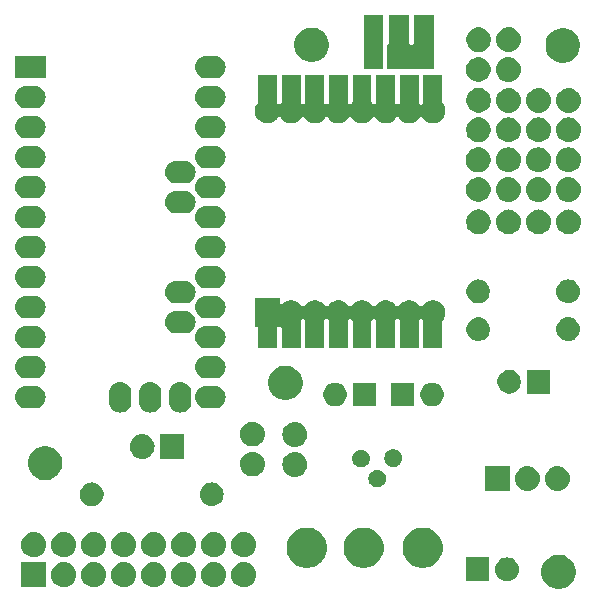
<source format=gbr>
G04 #@! TF.GenerationSoftware,KiCad,Pcbnew,5.0.2-bee76a0~70~ubuntu18.04.1*
G04 #@! TF.CreationDate,2019-05-01T22:15:32+02:00*
G04 #@! TF.ProjectId,EasyPCB_10_RFM69hw,45617379-5043-4425-9f31-305f52464d36,rev?*
G04 #@! TF.SameCoordinates,Original*
G04 #@! TF.FileFunction,Soldermask,Top*
G04 #@! TF.FilePolarity,Negative*
%FSLAX46Y46*%
G04 Gerber Fmt 4.6, Leading zero omitted, Abs format (unit mm)*
G04 Created by KiCad (PCBNEW 5.0.2-bee76a0~70~ubuntu18.04.1) date Wed 01 May 2019 10:15:32 PM CEST*
%MOMM*%
%LPD*%
G01*
G04 APERTURE LIST*
%ADD10C,0.100000*%
G04 APERTURE END LIST*
D10*
G36*
X172109167Y-107282162D02*
X172373053Y-107391467D01*
X172610544Y-107550153D01*
X172812507Y-107752116D01*
X172971193Y-107989607D01*
X173080498Y-108253493D01*
X173136220Y-108533626D01*
X173136220Y-108819254D01*
X173080498Y-109099387D01*
X172971193Y-109363273D01*
X172812507Y-109600764D01*
X172610544Y-109802727D01*
X172373053Y-109961413D01*
X172109167Y-110070718D01*
X171829034Y-110126440D01*
X171543406Y-110126440D01*
X171263273Y-110070718D01*
X170999387Y-109961413D01*
X170761896Y-109802727D01*
X170559933Y-109600764D01*
X170401247Y-109363273D01*
X170291942Y-109099387D01*
X170236220Y-108819254D01*
X170236220Y-108533626D01*
X170291942Y-108253493D01*
X170401247Y-107989607D01*
X170559933Y-107752116D01*
X170761896Y-107550153D01*
X170999387Y-107391467D01*
X171263273Y-107282162D01*
X171543406Y-107226440D01*
X171829034Y-107226440D01*
X172109167Y-107282162D01*
X172109167Y-107282162D01*
G37*
G36*
X145242503Y-107866989D02*
X145442991Y-107927807D01*
X145627764Y-108026569D01*
X145789718Y-108159482D01*
X145922631Y-108321436D01*
X146021393Y-108506209D01*
X146082211Y-108706697D01*
X146102746Y-108915200D01*
X146082211Y-109123703D01*
X146021393Y-109324191D01*
X145922631Y-109508964D01*
X145789718Y-109670918D01*
X145627764Y-109803831D01*
X145442991Y-109902593D01*
X145242503Y-109963411D01*
X145086251Y-109978800D01*
X144981749Y-109978800D01*
X144825497Y-109963411D01*
X144625009Y-109902593D01*
X144440236Y-109803831D01*
X144278282Y-109670918D01*
X144145369Y-109508964D01*
X144046607Y-109324191D01*
X143985789Y-109123703D01*
X143965254Y-108915200D01*
X143985789Y-108706697D01*
X144046607Y-108506209D01*
X144145369Y-108321436D01*
X144278282Y-108159482D01*
X144440236Y-108026569D01*
X144625009Y-107927807D01*
X144825497Y-107866989D01*
X144981749Y-107851600D01*
X145086251Y-107851600D01*
X145242503Y-107866989D01*
X145242503Y-107866989D01*
G37*
G36*
X142702503Y-107866989D02*
X142902991Y-107927807D01*
X143087764Y-108026569D01*
X143249718Y-108159482D01*
X143382631Y-108321436D01*
X143481393Y-108506209D01*
X143542211Y-108706697D01*
X143562746Y-108915200D01*
X143542211Y-109123703D01*
X143481393Y-109324191D01*
X143382631Y-109508964D01*
X143249718Y-109670918D01*
X143087764Y-109803831D01*
X142902991Y-109902593D01*
X142702503Y-109963411D01*
X142546251Y-109978800D01*
X142441749Y-109978800D01*
X142285497Y-109963411D01*
X142085009Y-109902593D01*
X141900236Y-109803831D01*
X141738282Y-109670918D01*
X141605369Y-109508964D01*
X141506607Y-109324191D01*
X141445789Y-109123703D01*
X141425254Y-108915200D01*
X141445789Y-108706697D01*
X141506607Y-108506209D01*
X141605369Y-108321436D01*
X141738282Y-108159482D01*
X141900236Y-108026569D01*
X142085009Y-107927807D01*
X142285497Y-107866989D01*
X142441749Y-107851600D01*
X142546251Y-107851600D01*
X142702503Y-107866989D01*
X142702503Y-107866989D01*
G37*
G36*
X140162503Y-107866989D02*
X140362991Y-107927807D01*
X140547764Y-108026569D01*
X140709718Y-108159482D01*
X140842631Y-108321436D01*
X140941393Y-108506209D01*
X141002211Y-108706697D01*
X141022746Y-108915200D01*
X141002211Y-109123703D01*
X140941393Y-109324191D01*
X140842631Y-109508964D01*
X140709718Y-109670918D01*
X140547764Y-109803831D01*
X140362991Y-109902593D01*
X140162503Y-109963411D01*
X140006251Y-109978800D01*
X139901749Y-109978800D01*
X139745497Y-109963411D01*
X139545009Y-109902593D01*
X139360236Y-109803831D01*
X139198282Y-109670918D01*
X139065369Y-109508964D01*
X138966607Y-109324191D01*
X138905789Y-109123703D01*
X138885254Y-108915200D01*
X138905789Y-108706697D01*
X138966607Y-108506209D01*
X139065369Y-108321436D01*
X139198282Y-108159482D01*
X139360236Y-108026569D01*
X139545009Y-107927807D01*
X139745497Y-107866989D01*
X139901749Y-107851600D01*
X140006251Y-107851600D01*
X140162503Y-107866989D01*
X140162503Y-107866989D01*
G37*
G36*
X137622503Y-107866989D02*
X137822991Y-107927807D01*
X138007764Y-108026569D01*
X138169718Y-108159482D01*
X138302631Y-108321436D01*
X138401393Y-108506209D01*
X138462211Y-108706697D01*
X138482746Y-108915200D01*
X138462211Y-109123703D01*
X138401393Y-109324191D01*
X138302631Y-109508964D01*
X138169718Y-109670918D01*
X138007764Y-109803831D01*
X137822991Y-109902593D01*
X137622503Y-109963411D01*
X137466251Y-109978800D01*
X137361749Y-109978800D01*
X137205497Y-109963411D01*
X137005009Y-109902593D01*
X136820236Y-109803831D01*
X136658282Y-109670918D01*
X136525369Y-109508964D01*
X136426607Y-109324191D01*
X136365789Y-109123703D01*
X136345254Y-108915200D01*
X136365789Y-108706697D01*
X136426607Y-108506209D01*
X136525369Y-108321436D01*
X136658282Y-108159482D01*
X136820236Y-108026569D01*
X137005009Y-107927807D01*
X137205497Y-107866989D01*
X137361749Y-107851600D01*
X137466251Y-107851600D01*
X137622503Y-107866989D01*
X137622503Y-107866989D01*
G37*
G36*
X130002503Y-107866989D02*
X130202991Y-107927807D01*
X130387764Y-108026569D01*
X130549718Y-108159482D01*
X130682631Y-108321436D01*
X130781393Y-108506209D01*
X130842211Y-108706697D01*
X130862746Y-108915200D01*
X130842211Y-109123703D01*
X130781393Y-109324191D01*
X130682631Y-109508964D01*
X130549718Y-109670918D01*
X130387764Y-109803831D01*
X130202991Y-109902593D01*
X130002503Y-109963411D01*
X129846251Y-109978800D01*
X129741749Y-109978800D01*
X129585497Y-109963411D01*
X129385009Y-109902593D01*
X129200236Y-109803831D01*
X129038282Y-109670918D01*
X128905369Y-109508964D01*
X128806607Y-109324191D01*
X128745789Y-109123703D01*
X128725254Y-108915200D01*
X128745789Y-108706697D01*
X128806607Y-108506209D01*
X128905369Y-108321436D01*
X129038282Y-108159482D01*
X129200236Y-108026569D01*
X129385009Y-107927807D01*
X129585497Y-107866989D01*
X129741749Y-107851600D01*
X129846251Y-107851600D01*
X130002503Y-107866989D01*
X130002503Y-107866989D01*
G37*
G36*
X135082503Y-107866989D02*
X135282991Y-107927807D01*
X135467764Y-108026569D01*
X135629718Y-108159482D01*
X135762631Y-108321436D01*
X135861393Y-108506209D01*
X135922211Y-108706697D01*
X135942746Y-108915200D01*
X135922211Y-109123703D01*
X135861393Y-109324191D01*
X135762631Y-109508964D01*
X135629718Y-109670918D01*
X135467764Y-109803831D01*
X135282991Y-109902593D01*
X135082503Y-109963411D01*
X134926251Y-109978800D01*
X134821749Y-109978800D01*
X134665497Y-109963411D01*
X134465009Y-109902593D01*
X134280236Y-109803831D01*
X134118282Y-109670918D01*
X133985369Y-109508964D01*
X133886607Y-109324191D01*
X133825789Y-109123703D01*
X133805254Y-108915200D01*
X133825789Y-108706697D01*
X133886607Y-108506209D01*
X133985369Y-108321436D01*
X134118282Y-108159482D01*
X134280236Y-108026569D01*
X134465009Y-107927807D01*
X134665497Y-107866989D01*
X134821749Y-107851600D01*
X134926251Y-107851600D01*
X135082503Y-107866989D01*
X135082503Y-107866989D01*
G37*
G36*
X132542503Y-107866989D02*
X132742991Y-107927807D01*
X132927764Y-108026569D01*
X133089718Y-108159482D01*
X133222631Y-108321436D01*
X133321393Y-108506209D01*
X133382211Y-108706697D01*
X133402746Y-108915200D01*
X133382211Y-109123703D01*
X133321393Y-109324191D01*
X133222631Y-109508964D01*
X133089718Y-109670918D01*
X132927764Y-109803831D01*
X132742991Y-109902593D01*
X132542503Y-109963411D01*
X132386251Y-109978800D01*
X132281749Y-109978800D01*
X132125497Y-109963411D01*
X131925009Y-109902593D01*
X131740236Y-109803831D01*
X131578282Y-109670918D01*
X131445369Y-109508964D01*
X131346607Y-109324191D01*
X131285789Y-109123703D01*
X131265254Y-108915200D01*
X131285789Y-108706697D01*
X131346607Y-108506209D01*
X131445369Y-108321436D01*
X131578282Y-108159482D01*
X131740236Y-108026569D01*
X131925009Y-107927807D01*
X132125497Y-107866989D01*
X132281749Y-107851600D01*
X132386251Y-107851600D01*
X132542503Y-107866989D01*
X132542503Y-107866989D01*
G37*
G36*
X128317600Y-109978800D02*
X126190400Y-109978800D01*
X126190400Y-107851600D01*
X128317600Y-107851600D01*
X128317600Y-109978800D01*
X128317600Y-109978800D01*
G37*
G36*
X167516030Y-107464469D02*
X167516033Y-107464470D01*
X167516034Y-107464470D01*
X167704535Y-107521651D01*
X167704537Y-107521652D01*
X167878260Y-107614509D01*
X168030528Y-107739472D01*
X168155491Y-107891740D01*
X168155492Y-107891742D01*
X168248349Y-108065465D01*
X168305530Y-108253966D01*
X168305531Y-108253970D01*
X168324838Y-108450000D01*
X168305531Y-108646030D01*
X168305530Y-108646033D01*
X168305530Y-108646034D01*
X168252985Y-108819253D01*
X168248348Y-108834537D01*
X168155491Y-109008260D01*
X168030528Y-109160528D01*
X167878260Y-109285491D01*
X167878258Y-109285492D01*
X167704535Y-109378349D01*
X167516034Y-109435530D01*
X167516033Y-109435530D01*
X167516030Y-109435531D01*
X167369124Y-109450000D01*
X167270876Y-109450000D01*
X167123970Y-109435531D01*
X167123967Y-109435530D01*
X167123966Y-109435530D01*
X166935465Y-109378349D01*
X166761742Y-109285492D01*
X166761740Y-109285491D01*
X166609472Y-109160528D01*
X166484509Y-109008260D01*
X166391652Y-108834537D01*
X166387016Y-108819253D01*
X166334470Y-108646034D01*
X166334470Y-108646033D01*
X166334469Y-108646030D01*
X166315162Y-108450000D01*
X166334469Y-108253970D01*
X166334470Y-108253966D01*
X166391651Y-108065465D01*
X166484508Y-107891742D01*
X166484509Y-107891740D01*
X166609472Y-107739472D01*
X166761740Y-107614509D01*
X166935463Y-107521652D01*
X166935465Y-107521651D01*
X167123966Y-107464470D01*
X167123967Y-107464470D01*
X167123970Y-107464469D01*
X167270876Y-107450000D01*
X167369124Y-107450000D01*
X167516030Y-107464469D01*
X167516030Y-107464469D01*
G37*
G36*
X165820000Y-109450000D02*
X163820000Y-109450000D01*
X163820000Y-107450000D01*
X165820000Y-107450000D01*
X165820000Y-109450000D01*
X165820000Y-109450000D01*
G37*
G36*
X160564393Y-104972753D02*
X160673872Y-104994530D01*
X160983252Y-105122679D01*
X161261687Y-105308723D01*
X161498477Y-105545513D01*
X161684521Y-105823948D01*
X161812670Y-106133328D01*
X161878000Y-106461765D01*
X161878000Y-106796635D01*
X161812670Y-107125072D01*
X161684521Y-107434452D01*
X161498477Y-107712887D01*
X161261687Y-107949677D01*
X160983252Y-108135721D01*
X160673872Y-108263870D01*
X160564393Y-108285647D01*
X160345437Y-108329200D01*
X160010563Y-108329200D01*
X159791607Y-108285647D01*
X159682128Y-108263870D01*
X159372748Y-108135721D01*
X159094313Y-107949677D01*
X158857523Y-107712887D01*
X158671479Y-107434452D01*
X158543330Y-107125072D01*
X158478000Y-106796635D01*
X158478000Y-106461765D01*
X158543330Y-106133328D01*
X158671479Y-105823948D01*
X158857523Y-105545513D01*
X159094313Y-105308723D01*
X159372748Y-105122679D01*
X159682128Y-104994530D01*
X159791607Y-104972753D01*
X160010563Y-104929200D01*
X160345437Y-104929200D01*
X160564393Y-104972753D01*
X160564393Y-104972753D01*
G37*
G36*
X150754393Y-104972753D02*
X150863872Y-104994530D01*
X151173252Y-105122679D01*
X151451687Y-105308723D01*
X151688477Y-105545513D01*
X151874521Y-105823948D01*
X152002670Y-106133328D01*
X152068000Y-106461765D01*
X152068000Y-106796635D01*
X152002670Y-107125072D01*
X151874521Y-107434452D01*
X151688477Y-107712887D01*
X151451687Y-107949677D01*
X151173252Y-108135721D01*
X150863872Y-108263870D01*
X150754393Y-108285647D01*
X150535437Y-108329200D01*
X150200563Y-108329200D01*
X149981607Y-108285647D01*
X149872128Y-108263870D01*
X149562748Y-108135721D01*
X149284313Y-107949677D01*
X149047523Y-107712887D01*
X148861479Y-107434452D01*
X148733330Y-107125072D01*
X148668000Y-106796635D01*
X148668000Y-106461765D01*
X148733330Y-106133328D01*
X148861479Y-105823948D01*
X149047523Y-105545513D01*
X149284313Y-105308723D01*
X149562748Y-105122679D01*
X149872128Y-104994530D01*
X149981607Y-104972753D01*
X150200563Y-104929200D01*
X150535437Y-104929200D01*
X150754393Y-104972753D01*
X150754393Y-104972753D01*
G37*
G36*
X155564393Y-104972753D02*
X155673872Y-104994530D01*
X155983252Y-105122679D01*
X156261687Y-105308723D01*
X156498477Y-105545513D01*
X156684521Y-105823948D01*
X156812670Y-106133328D01*
X156878000Y-106461765D01*
X156878000Y-106796635D01*
X156812670Y-107125072D01*
X156684521Y-107434452D01*
X156498477Y-107712887D01*
X156261687Y-107949677D01*
X155983252Y-108135721D01*
X155673872Y-108263870D01*
X155564393Y-108285647D01*
X155345437Y-108329200D01*
X155010563Y-108329200D01*
X154791607Y-108285647D01*
X154682128Y-108263870D01*
X154372748Y-108135721D01*
X154094313Y-107949677D01*
X153857523Y-107712887D01*
X153671479Y-107434452D01*
X153543330Y-107125072D01*
X153478000Y-106796635D01*
X153478000Y-106461765D01*
X153543330Y-106133328D01*
X153671479Y-105823948D01*
X153857523Y-105545513D01*
X154094313Y-105308723D01*
X154372748Y-105122679D01*
X154682128Y-104994530D01*
X154791607Y-104972753D01*
X155010563Y-104929200D01*
X155345437Y-104929200D01*
X155564393Y-104972753D01*
X155564393Y-104972753D01*
G37*
G36*
X140162503Y-105326989D02*
X140362991Y-105387807D01*
X140547764Y-105486569D01*
X140709718Y-105619482D01*
X140842631Y-105781436D01*
X140941393Y-105966209D01*
X141002211Y-106166697D01*
X141022746Y-106375200D01*
X141002211Y-106583703D01*
X140941393Y-106784191D01*
X140842631Y-106968964D01*
X140709718Y-107130918D01*
X140547764Y-107263831D01*
X140362991Y-107362593D01*
X140162503Y-107423411D01*
X140006251Y-107438800D01*
X139901749Y-107438800D01*
X139745497Y-107423411D01*
X139545009Y-107362593D01*
X139360236Y-107263831D01*
X139198282Y-107130918D01*
X139065369Y-106968964D01*
X138966607Y-106784191D01*
X138905789Y-106583703D01*
X138885254Y-106375200D01*
X138905789Y-106166697D01*
X138966607Y-105966209D01*
X139065369Y-105781436D01*
X139198282Y-105619482D01*
X139360236Y-105486569D01*
X139545009Y-105387807D01*
X139745497Y-105326989D01*
X139901749Y-105311600D01*
X140006251Y-105311600D01*
X140162503Y-105326989D01*
X140162503Y-105326989D01*
G37*
G36*
X132542503Y-105326989D02*
X132742991Y-105387807D01*
X132927764Y-105486569D01*
X133089718Y-105619482D01*
X133222631Y-105781436D01*
X133321393Y-105966209D01*
X133382211Y-106166697D01*
X133402746Y-106375200D01*
X133382211Y-106583703D01*
X133321393Y-106784191D01*
X133222631Y-106968964D01*
X133089718Y-107130918D01*
X132927764Y-107263831D01*
X132742991Y-107362593D01*
X132542503Y-107423411D01*
X132386251Y-107438800D01*
X132281749Y-107438800D01*
X132125497Y-107423411D01*
X131925009Y-107362593D01*
X131740236Y-107263831D01*
X131578282Y-107130918D01*
X131445369Y-106968964D01*
X131346607Y-106784191D01*
X131285789Y-106583703D01*
X131265254Y-106375200D01*
X131285789Y-106166697D01*
X131346607Y-105966209D01*
X131445369Y-105781436D01*
X131578282Y-105619482D01*
X131740236Y-105486569D01*
X131925009Y-105387807D01*
X132125497Y-105326989D01*
X132281749Y-105311600D01*
X132386251Y-105311600D01*
X132542503Y-105326989D01*
X132542503Y-105326989D01*
G37*
G36*
X145242503Y-105326989D02*
X145442991Y-105387807D01*
X145627764Y-105486569D01*
X145789718Y-105619482D01*
X145922631Y-105781436D01*
X146021393Y-105966209D01*
X146082211Y-106166697D01*
X146102746Y-106375200D01*
X146082211Y-106583703D01*
X146021393Y-106784191D01*
X145922631Y-106968964D01*
X145789718Y-107130918D01*
X145627764Y-107263831D01*
X145442991Y-107362593D01*
X145242503Y-107423411D01*
X145086251Y-107438800D01*
X144981749Y-107438800D01*
X144825497Y-107423411D01*
X144625009Y-107362593D01*
X144440236Y-107263831D01*
X144278282Y-107130918D01*
X144145369Y-106968964D01*
X144046607Y-106784191D01*
X143985789Y-106583703D01*
X143965254Y-106375200D01*
X143985789Y-106166697D01*
X144046607Y-105966209D01*
X144145369Y-105781436D01*
X144278282Y-105619482D01*
X144440236Y-105486569D01*
X144625009Y-105387807D01*
X144825497Y-105326989D01*
X144981749Y-105311600D01*
X145086251Y-105311600D01*
X145242503Y-105326989D01*
X145242503Y-105326989D01*
G37*
G36*
X142702503Y-105326989D02*
X142902991Y-105387807D01*
X143087764Y-105486569D01*
X143249718Y-105619482D01*
X143382631Y-105781436D01*
X143481393Y-105966209D01*
X143542211Y-106166697D01*
X143562746Y-106375200D01*
X143542211Y-106583703D01*
X143481393Y-106784191D01*
X143382631Y-106968964D01*
X143249718Y-107130918D01*
X143087764Y-107263831D01*
X142902991Y-107362593D01*
X142702503Y-107423411D01*
X142546251Y-107438800D01*
X142441749Y-107438800D01*
X142285497Y-107423411D01*
X142085009Y-107362593D01*
X141900236Y-107263831D01*
X141738282Y-107130918D01*
X141605369Y-106968964D01*
X141506607Y-106784191D01*
X141445789Y-106583703D01*
X141425254Y-106375200D01*
X141445789Y-106166697D01*
X141506607Y-105966209D01*
X141605369Y-105781436D01*
X141738282Y-105619482D01*
X141900236Y-105486569D01*
X142085009Y-105387807D01*
X142285497Y-105326989D01*
X142441749Y-105311600D01*
X142546251Y-105311600D01*
X142702503Y-105326989D01*
X142702503Y-105326989D01*
G37*
G36*
X137622503Y-105326989D02*
X137822991Y-105387807D01*
X138007764Y-105486569D01*
X138169718Y-105619482D01*
X138302631Y-105781436D01*
X138401393Y-105966209D01*
X138462211Y-106166697D01*
X138482746Y-106375200D01*
X138462211Y-106583703D01*
X138401393Y-106784191D01*
X138302631Y-106968964D01*
X138169718Y-107130918D01*
X138007764Y-107263831D01*
X137822991Y-107362593D01*
X137622503Y-107423411D01*
X137466251Y-107438800D01*
X137361749Y-107438800D01*
X137205497Y-107423411D01*
X137005009Y-107362593D01*
X136820236Y-107263831D01*
X136658282Y-107130918D01*
X136525369Y-106968964D01*
X136426607Y-106784191D01*
X136365789Y-106583703D01*
X136345254Y-106375200D01*
X136365789Y-106166697D01*
X136426607Y-105966209D01*
X136525369Y-105781436D01*
X136658282Y-105619482D01*
X136820236Y-105486569D01*
X137005009Y-105387807D01*
X137205497Y-105326989D01*
X137361749Y-105311600D01*
X137466251Y-105311600D01*
X137622503Y-105326989D01*
X137622503Y-105326989D01*
G37*
G36*
X127462503Y-105326989D02*
X127662991Y-105387807D01*
X127847764Y-105486569D01*
X128009718Y-105619482D01*
X128142631Y-105781436D01*
X128241393Y-105966209D01*
X128302211Y-106166697D01*
X128322746Y-106375200D01*
X128302211Y-106583703D01*
X128241393Y-106784191D01*
X128142631Y-106968964D01*
X128009718Y-107130918D01*
X127847764Y-107263831D01*
X127662991Y-107362593D01*
X127462503Y-107423411D01*
X127306251Y-107438800D01*
X127201749Y-107438800D01*
X127045497Y-107423411D01*
X126845009Y-107362593D01*
X126660236Y-107263831D01*
X126498282Y-107130918D01*
X126365369Y-106968964D01*
X126266607Y-106784191D01*
X126205789Y-106583703D01*
X126185254Y-106375200D01*
X126205789Y-106166697D01*
X126266607Y-105966209D01*
X126365369Y-105781436D01*
X126498282Y-105619482D01*
X126660236Y-105486569D01*
X126845009Y-105387807D01*
X127045497Y-105326989D01*
X127201749Y-105311600D01*
X127306251Y-105311600D01*
X127462503Y-105326989D01*
X127462503Y-105326989D01*
G37*
G36*
X130002503Y-105326989D02*
X130202991Y-105387807D01*
X130387764Y-105486569D01*
X130549718Y-105619482D01*
X130682631Y-105781436D01*
X130781393Y-105966209D01*
X130842211Y-106166697D01*
X130862746Y-106375200D01*
X130842211Y-106583703D01*
X130781393Y-106784191D01*
X130682631Y-106968964D01*
X130549718Y-107130918D01*
X130387764Y-107263831D01*
X130202991Y-107362593D01*
X130002503Y-107423411D01*
X129846251Y-107438800D01*
X129741749Y-107438800D01*
X129585497Y-107423411D01*
X129385009Y-107362593D01*
X129200236Y-107263831D01*
X129038282Y-107130918D01*
X128905369Y-106968964D01*
X128806607Y-106784191D01*
X128745789Y-106583703D01*
X128725254Y-106375200D01*
X128745789Y-106166697D01*
X128806607Y-105966209D01*
X128905369Y-105781436D01*
X129038282Y-105619482D01*
X129200236Y-105486569D01*
X129385009Y-105387807D01*
X129585497Y-105326989D01*
X129741749Y-105311600D01*
X129846251Y-105311600D01*
X130002503Y-105326989D01*
X130002503Y-105326989D01*
G37*
G36*
X135082503Y-105326989D02*
X135282991Y-105387807D01*
X135467764Y-105486569D01*
X135629718Y-105619482D01*
X135762631Y-105781436D01*
X135861393Y-105966209D01*
X135922211Y-106166697D01*
X135942746Y-106375200D01*
X135922211Y-106583703D01*
X135861393Y-106784191D01*
X135762631Y-106968964D01*
X135629718Y-107130918D01*
X135467764Y-107263831D01*
X135282991Y-107362593D01*
X135082503Y-107423411D01*
X134926251Y-107438800D01*
X134821749Y-107438800D01*
X134665497Y-107423411D01*
X134465009Y-107362593D01*
X134280236Y-107263831D01*
X134118282Y-107130918D01*
X133985369Y-106968964D01*
X133886607Y-106784191D01*
X133825789Y-106583703D01*
X133805254Y-106375200D01*
X133825789Y-106166697D01*
X133886607Y-105966209D01*
X133985369Y-105781436D01*
X134118282Y-105619482D01*
X134280236Y-105486569D01*
X134465009Y-105387807D01*
X134665497Y-105326989D01*
X134821749Y-105311600D01*
X134926251Y-105311600D01*
X135082503Y-105326989D01*
X135082503Y-105326989D01*
G37*
G36*
X142524930Y-101109769D02*
X142524933Y-101109770D01*
X142524934Y-101109770D01*
X142713435Y-101166951D01*
X142713437Y-101166952D01*
X142887160Y-101259809D01*
X143039428Y-101384772D01*
X143164391Y-101537040D01*
X143164392Y-101537042D01*
X143257249Y-101710765D01*
X143293418Y-101830000D01*
X143314431Y-101899270D01*
X143333738Y-102095300D01*
X143314431Y-102291330D01*
X143257248Y-102479837D01*
X143164391Y-102653560D01*
X143039428Y-102805828D01*
X142887160Y-102930791D01*
X142887158Y-102930792D01*
X142713435Y-103023649D01*
X142524934Y-103080830D01*
X142524933Y-103080830D01*
X142524930Y-103080831D01*
X142378024Y-103095300D01*
X142279776Y-103095300D01*
X142132870Y-103080831D01*
X142132867Y-103080830D01*
X142132866Y-103080830D01*
X141944365Y-103023649D01*
X141770642Y-102930792D01*
X141770640Y-102930791D01*
X141618372Y-102805828D01*
X141493409Y-102653560D01*
X141400552Y-102479837D01*
X141343369Y-102291330D01*
X141324062Y-102095300D01*
X141343369Y-101899270D01*
X141364382Y-101830000D01*
X141400551Y-101710765D01*
X141493408Y-101537042D01*
X141493409Y-101537040D01*
X141618372Y-101384772D01*
X141770640Y-101259809D01*
X141944363Y-101166952D01*
X141944365Y-101166951D01*
X142132866Y-101109770D01*
X142132867Y-101109770D01*
X142132870Y-101109769D01*
X142279776Y-101095300D01*
X142378024Y-101095300D01*
X142524930Y-101109769D01*
X142524930Y-101109769D01*
G37*
G36*
X132344670Y-101110672D02*
X132460589Y-101133729D01*
X132642578Y-101209111D01*
X132806363Y-101318549D01*
X132945651Y-101457837D01*
X133055089Y-101621622D01*
X133130471Y-101803611D01*
X133168900Y-101996809D01*
X133168900Y-102193791D01*
X133130471Y-102386989D01*
X133055089Y-102568978D01*
X132945651Y-102732763D01*
X132806363Y-102872051D01*
X132642578Y-102981489D01*
X132460589Y-103056871D01*
X132344670Y-103079928D01*
X132267393Y-103095300D01*
X132070407Y-103095300D01*
X131993130Y-103079928D01*
X131877211Y-103056871D01*
X131695222Y-102981489D01*
X131531437Y-102872051D01*
X131392149Y-102732763D01*
X131282711Y-102568978D01*
X131207329Y-102386989D01*
X131168900Y-102193791D01*
X131168900Y-101996809D01*
X131207329Y-101803611D01*
X131282711Y-101621622D01*
X131392149Y-101457837D01*
X131531437Y-101318549D01*
X131695222Y-101209111D01*
X131877211Y-101133729D01*
X131993130Y-101110672D01*
X132070407Y-101095300D01*
X132267393Y-101095300D01*
X132344670Y-101110672D01*
X132344670Y-101110672D01*
G37*
G36*
X171708707Y-99737596D02*
X171785836Y-99745193D01*
X171917787Y-99785220D01*
X171983763Y-99805233D01*
X172166172Y-99902733D01*
X172326054Y-100033946D01*
X172457267Y-100193828D01*
X172554767Y-100376237D01*
X172565598Y-100411942D01*
X172614807Y-100574164D01*
X172635080Y-100780000D01*
X172614807Y-100985836D01*
X172577212Y-101109769D01*
X172554767Y-101183763D01*
X172457267Y-101366172D01*
X172326054Y-101526054D01*
X172166172Y-101657267D01*
X171983763Y-101754767D01*
X171917787Y-101774780D01*
X171785836Y-101814807D01*
X171708707Y-101822403D01*
X171631580Y-101830000D01*
X171528420Y-101830000D01*
X171451293Y-101822403D01*
X171374164Y-101814807D01*
X171242213Y-101774780D01*
X171176237Y-101754767D01*
X170993828Y-101657267D01*
X170833946Y-101526054D01*
X170702733Y-101366172D01*
X170605233Y-101183763D01*
X170582788Y-101109769D01*
X170545193Y-100985836D01*
X170524920Y-100780000D01*
X170545193Y-100574164D01*
X170594402Y-100411942D01*
X170605233Y-100376237D01*
X170702733Y-100193828D01*
X170833946Y-100033946D01*
X170993828Y-99902733D01*
X171176237Y-99805233D01*
X171242213Y-99785220D01*
X171374164Y-99745193D01*
X171451293Y-99737596D01*
X171528420Y-99730000D01*
X171631580Y-99730000D01*
X171708707Y-99737596D01*
X171708707Y-99737596D01*
G37*
G36*
X169168707Y-99737596D02*
X169245836Y-99745193D01*
X169377787Y-99785220D01*
X169443763Y-99805233D01*
X169626172Y-99902733D01*
X169786054Y-100033946D01*
X169917267Y-100193828D01*
X170014767Y-100376237D01*
X170025598Y-100411942D01*
X170074807Y-100574164D01*
X170095080Y-100780000D01*
X170074807Y-100985836D01*
X170037212Y-101109769D01*
X170014767Y-101183763D01*
X169917267Y-101366172D01*
X169786054Y-101526054D01*
X169626172Y-101657267D01*
X169443763Y-101754767D01*
X169377787Y-101774780D01*
X169245836Y-101814807D01*
X169168707Y-101822403D01*
X169091580Y-101830000D01*
X168988420Y-101830000D01*
X168911293Y-101822403D01*
X168834164Y-101814807D01*
X168702213Y-101774780D01*
X168636237Y-101754767D01*
X168453828Y-101657267D01*
X168293946Y-101526054D01*
X168162733Y-101366172D01*
X168065233Y-101183763D01*
X168042788Y-101109769D01*
X168005193Y-100985836D01*
X167984920Y-100780000D01*
X168005193Y-100574164D01*
X168054402Y-100411942D01*
X168065233Y-100376237D01*
X168162733Y-100193828D01*
X168293946Y-100033946D01*
X168453828Y-99902733D01*
X168636237Y-99805233D01*
X168702213Y-99785220D01*
X168834164Y-99745193D01*
X168911293Y-99737596D01*
X168988420Y-99730000D01*
X169091580Y-99730000D01*
X169168707Y-99737596D01*
X169168707Y-99737596D01*
G37*
G36*
X167550000Y-101830000D02*
X165450000Y-101830000D01*
X165450000Y-99730000D01*
X167550000Y-99730000D01*
X167550000Y-101830000D01*
X167550000Y-101830000D01*
G37*
G36*
X156477918Y-100031611D02*
X156550367Y-100046022D01*
X156606903Y-100069440D01*
X156686857Y-100102558D01*
X156809700Y-100184639D01*
X156914161Y-100289100D01*
X156996242Y-100411943D01*
X156999524Y-100419867D01*
X157052778Y-100548433D01*
X157058541Y-100577407D01*
X157081600Y-100693330D01*
X157081600Y-100841070D01*
X157052778Y-100985966D01*
X156996242Y-101122457D01*
X156914161Y-101245300D01*
X156809700Y-101349761D01*
X156686857Y-101431842D01*
X156624106Y-101457834D01*
X156550367Y-101488378D01*
X156477918Y-101502789D01*
X156405470Y-101517200D01*
X156257730Y-101517200D01*
X156185282Y-101502789D01*
X156112833Y-101488378D01*
X156039094Y-101457834D01*
X155976343Y-101431842D01*
X155853500Y-101349761D01*
X155749039Y-101245300D01*
X155666958Y-101122457D01*
X155610422Y-100985966D01*
X155581600Y-100841070D01*
X155581600Y-100693330D01*
X155604659Y-100577407D01*
X155610422Y-100548433D01*
X155663676Y-100419867D01*
X155666958Y-100411943D01*
X155749039Y-100289100D01*
X155853500Y-100184639D01*
X155976343Y-100102558D01*
X156056297Y-100069440D01*
X156112833Y-100046022D01*
X156185282Y-100031611D01*
X156257730Y-100017200D01*
X156405470Y-100017200D01*
X156477918Y-100031611D01*
X156477918Y-100031611D01*
G37*
G36*
X128642147Y-98072122D02*
X128906033Y-98181427D01*
X129143524Y-98340113D01*
X129345487Y-98542076D01*
X129504173Y-98779567D01*
X129613478Y-99043453D01*
X129669200Y-99323586D01*
X129669200Y-99609214D01*
X129613478Y-99889347D01*
X129504173Y-100153233D01*
X129345487Y-100390724D01*
X129143524Y-100592687D01*
X128906033Y-100751373D01*
X128642147Y-100860678D01*
X128362014Y-100916400D01*
X128076386Y-100916400D01*
X127796253Y-100860678D01*
X127532367Y-100751373D01*
X127294876Y-100592687D01*
X127092913Y-100390724D01*
X126934227Y-100153233D01*
X126824922Y-99889347D01*
X126769200Y-99609214D01*
X126769200Y-99323586D01*
X126824922Y-99043453D01*
X126934227Y-98779567D01*
X127092913Y-98542076D01*
X127294876Y-98340113D01*
X127532367Y-98181427D01*
X127796253Y-98072122D01*
X128076386Y-98016400D01*
X128362014Y-98016400D01*
X128642147Y-98072122D01*
X128642147Y-98072122D01*
G37*
G36*
X149480707Y-98525596D02*
X149557836Y-98533193D01*
X149672029Y-98567833D01*
X149755763Y-98593233D01*
X149938172Y-98690733D01*
X150098054Y-98821946D01*
X150229267Y-98981828D01*
X150326767Y-99164237D01*
X150326767Y-99164238D01*
X150386807Y-99362164D01*
X150407080Y-99568000D01*
X150386807Y-99773836D01*
X150351767Y-99889347D01*
X150326767Y-99971763D01*
X150229267Y-100154172D01*
X150098054Y-100314054D01*
X149938172Y-100445267D01*
X149755763Y-100542767D01*
X149689787Y-100562780D01*
X149557836Y-100602807D01*
X149480707Y-100610403D01*
X149403580Y-100618000D01*
X149300420Y-100618000D01*
X149223293Y-100610403D01*
X149146164Y-100602807D01*
X149014213Y-100562780D01*
X148948237Y-100542767D01*
X148765828Y-100445267D01*
X148605946Y-100314054D01*
X148474733Y-100154172D01*
X148377233Y-99971763D01*
X148352233Y-99889347D01*
X148317193Y-99773836D01*
X148296920Y-99568000D01*
X148317193Y-99362164D01*
X148377233Y-99164238D01*
X148377233Y-99164237D01*
X148474733Y-98981828D01*
X148605946Y-98821946D01*
X148765828Y-98690733D01*
X148948237Y-98593233D01*
X149031971Y-98567833D01*
X149146164Y-98533193D01*
X149223293Y-98525596D01*
X149300420Y-98518000D01*
X149403580Y-98518000D01*
X149480707Y-98525596D01*
X149480707Y-98525596D01*
G37*
G36*
X145886607Y-98500196D02*
X145963736Y-98507793D01*
X146076752Y-98542076D01*
X146161663Y-98567833D01*
X146344072Y-98665333D01*
X146503954Y-98796546D01*
X146635167Y-98956428D01*
X146732667Y-99138837D01*
X146732667Y-99138838D01*
X146792707Y-99336764D01*
X146812980Y-99542600D01*
X146792707Y-99748436D01*
X146752680Y-99880387D01*
X146732667Y-99946363D01*
X146635167Y-100128772D01*
X146503954Y-100288654D01*
X146344072Y-100419867D01*
X146161663Y-100517367D01*
X146095687Y-100537380D01*
X145963736Y-100577407D01*
X145886607Y-100585004D01*
X145809480Y-100592600D01*
X145706320Y-100592600D01*
X145629193Y-100585003D01*
X145552064Y-100577407D01*
X145420113Y-100537380D01*
X145354137Y-100517367D01*
X145171728Y-100419867D01*
X145011846Y-100288654D01*
X144880633Y-100128772D01*
X144783133Y-99946363D01*
X144763120Y-99880387D01*
X144723093Y-99748436D01*
X144702820Y-99542600D01*
X144723093Y-99336764D01*
X144783133Y-99138838D01*
X144783133Y-99138837D01*
X144880633Y-98956428D01*
X145011846Y-98796546D01*
X145171728Y-98665333D01*
X145354137Y-98567833D01*
X145439048Y-98542076D01*
X145552064Y-98507793D01*
X145629193Y-98500196D01*
X145706320Y-98492600D01*
X145809480Y-98492600D01*
X145886607Y-98500196D01*
X145886607Y-98500196D01*
G37*
G36*
X155102918Y-98331611D02*
X155175367Y-98346022D01*
X155231903Y-98369440D01*
X155311857Y-98402558D01*
X155434700Y-98484639D01*
X155539161Y-98589100D01*
X155621242Y-98711943D01*
X155654360Y-98791897D01*
X155667423Y-98823433D01*
X155677778Y-98848434D01*
X155706600Y-98993330D01*
X155706600Y-99141070D01*
X155692189Y-99213518D01*
X155677778Y-99285967D01*
X155662195Y-99323587D01*
X155621242Y-99422457D01*
X155539161Y-99545300D01*
X155434700Y-99649761D01*
X155311857Y-99731842D01*
X155271795Y-99748436D01*
X155175367Y-99788378D01*
X155102918Y-99802789D01*
X155030470Y-99817200D01*
X154882730Y-99817200D01*
X154810282Y-99802789D01*
X154737833Y-99788378D01*
X154641405Y-99748436D01*
X154601343Y-99731842D01*
X154478500Y-99649761D01*
X154374039Y-99545300D01*
X154291958Y-99422457D01*
X154251005Y-99323587D01*
X154235422Y-99285967D01*
X154221011Y-99213518D01*
X154206600Y-99141070D01*
X154206600Y-98993330D01*
X154235422Y-98848434D01*
X154245778Y-98823433D01*
X154258840Y-98791897D01*
X154291958Y-98711943D01*
X154374039Y-98589100D01*
X154478500Y-98484639D01*
X154601343Y-98402558D01*
X154681297Y-98369440D01*
X154737833Y-98346022D01*
X154810282Y-98331611D01*
X154882730Y-98317200D01*
X155030470Y-98317200D01*
X155102918Y-98331611D01*
X155102918Y-98331611D01*
G37*
G36*
X157827918Y-98306611D02*
X157900367Y-98321022D01*
X157946451Y-98340111D01*
X158036857Y-98377558D01*
X158159700Y-98459639D01*
X158264161Y-98564100D01*
X158346242Y-98686943D01*
X158402778Y-98823434D01*
X158429233Y-98956428D01*
X158431600Y-98968331D01*
X158431600Y-99116069D01*
X158402778Y-99260967D01*
X158379360Y-99317503D01*
X158346242Y-99397457D01*
X158264161Y-99520300D01*
X158159700Y-99624761D01*
X158036857Y-99706842D01*
X157976501Y-99731842D01*
X157900367Y-99763378D01*
X157847801Y-99773834D01*
X157755470Y-99792200D01*
X157607730Y-99792200D01*
X157515399Y-99773834D01*
X157462833Y-99763378D01*
X157386699Y-99731842D01*
X157326343Y-99706842D01*
X157203500Y-99624761D01*
X157099039Y-99520300D01*
X157016958Y-99397457D01*
X156983840Y-99317503D01*
X156960422Y-99260967D01*
X156931600Y-99116069D01*
X156931600Y-98968331D01*
X156933968Y-98956428D01*
X156960422Y-98823434D01*
X157016958Y-98686943D01*
X157099039Y-98564100D01*
X157203500Y-98459639D01*
X157326343Y-98377558D01*
X157416749Y-98340111D01*
X157462833Y-98321022D01*
X157535282Y-98306611D01*
X157607730Y-98292200D01*
X157755470Y-98292200D01*
X157827918Y-98306611D01*
X157827918Y-98306611D01*
G37*
G36*
X136552107Y-97014297D02*
X136629236Y-97021893D01*
X136761187Y-97061920D01*
X136827163Y-97081933D01*
X137009572Y-97179433D01*
X137169454Y-97310646D01*
X137300667Y-97470528D01*
X137398167Y-97652937D01*
X137398167Y-97652938D01*
X137458207Y-97850864D01*
X137478480Y-98056700D01*
X137458207Y-98262536D01*
X137423315Y-98377559D01*
X137398167Y-98460463D01*
X137300667Y-98642872D01*
X137169454Y-98802754D01*
X137009572Y-98933967D01*
X136827163Y-99031467D01*
X136761187Y-99051480D01*
X136629236Y-99091507D01*
X136552107Y-99099104D01*
X136474980Y-99106700D01*
X136371820Y-99106700D01*
X136294693Y-99099104D01*
X136217564Y-99091507D01*
X136085613Y-99051480D01*
X136019637Y-99031467D01*
X135837228Y-98933967D01*
X135677346Y-98802754D01*
X135546133Y-98642872D01*
X135448633Y-98460463D01*
X135423485Y-98377559D01*
X135388593Y-98262536D01*
X135368320Y-98056700D01*
X135388593Y-97850864D01*
X135448633Y-97652938D01*
X135448633Y-97652937D01*
X135546133Y-97470528D01*
X135677346Y-97310646D01*
X135837228Y-97179433D01*
X136019637Y-97081933D01*
X136085613Y-97061920D01*
X136217564Y-97021893D01*
X136294693Y-97014297D01*
X136371820Y-97006700D01*
X136474980Y-97006700D01*
X136552107Y-97014297D01*
X136552107Y-97014297D01*
G37*
G36*
X140013400Y-99106700D02*
X137913400Y-99106700D01*
X137913400Y-97006700D01*
X140013400Y-97006700D01*
X140013400Y-99106700D01*
X140013400Y-99106700D01*
G37*
G36*
X149480707Y-95985596D02*
X149557836Y-95993193D01*
X149672029Y-96027833D01*
X149755763Y-96053233D01*
X149938172Y-96150733D01*
X150098054Y-96281946D01*
X150229267Y-96441828D01*
X150326767Y-96624237D01*
X150326767Y-96624238D01*
X150386807Y-96822164D01*
X150407080Y-97028000D01*
X150386807Y-97233836D01*
X150363507Y-97310646D01*
X150326767Y-97431763D01*
X150229267Y-97614172D01*
X150098054Y-97774054D01*
X149938172Y-97905267D01*
X149755763Y-98002767D01*
X149710820Y-98016400D01*
X149557836Y-98062807D01*
X149480707Y-98070403D01*
X149403580Y-98078000D01*
X149300420Y-98078000D01*
X149223293Y-98070403D01*
X149146164Y-98062807D01*
X148993180Y-98016400D01*
X148948237Y-98002767D01*
X148765828Y-97905267D01*
X148605946Y-97774054D01*
X148474733Y-97614172D01*
X148377233Y-97431763D01*
X148340493Y-97310646D01*
X148317193Y-97233836D01*
X148296920Y-97028000D01*
X148317193Y-96822164D01*
X148377233Y-96624238D01*
X148377233Y-96624237D01*
X148474733Y-96441828D01*
X148605946Y-96281946D01*
X148765828Y-96150733D01*
X148948237Y-96053233D01*
X149031971Y-96027833D01*
X149146164Y-95993193D01*
X149223293Y-95985596D01*
X149300420Y-95978000D01*
X149403580Y-95978000D01*
X149480707Y-95985596D01*
X149480707Y-95985596D01*
G37*
G36*
X145886607Y-95960196D02*
X145963736Y-95967793D01*
X146095687Y-96007820D01*
X146161663Y-96027833D01*
X146344072Y-96125333D01*
X146503954Y-96256546D01*
X146635167Y-96416428D01*
X146732667Y-96598837D01*
X146732667Y-96598838D01*
X146792707Y-96796764D01*
X146812980Y-97002600D01*
X146792707Y-97208436D01*
X146785002Y-97233836D01*
X146732667Y-97406363D01*
X146635167Y-97588772D01*
X146503954Y-97748654D01*
X146344072Y-97879867D01*
X146161663Y-97977367D01*
X146095687Y-97997380D01*
X145963736Y-98037407D01*
X145886607Y-98045003D01*
X145809480Y-98052600D01*
X145706320Y-98052600D01*
X145629193Y-98045003D01*
X145552064Y-98037407D01*
X145420113Y-97997380D01*
X145354137Y-97977367D01*
X145171728Y-97879867D01*
X145011846Y-97748654D01*
X144880633Y-97588772D01*
X144783133Y-97406363D01*
X144730798Y-97233836D01*
X144723093Y-97208436D01*
X144702820Y-97002600D01*
X144723093Y-96796764D01*
X144783133Y-96598838D01*
X144783133Y-96598837D01*
X144880633Y-96416428D01*
X145011846Y-96256546D01*
X145171728Y-96125333D01*
X145354137Y-96027833D01*
X145420113Y-96007820D01*
X145552064Y-95967793D01*
X145629193Y-95960196D01*
X145706320Y-95952600D01*
X145809480Y-95952600D01*
X145886607Y-95960196D01*
X145886607Y-95960196D01*
G37*
G36*
X134755544Y-92592334D02*
X134934727Y-92646689D01*
X134934729Y-92646690D01*
X134934732Y-92646691D01*
X135099864Y-92734955D01*
X135244607Y-92853743D01*
X135363395Y-92998486D01*
X135451660Y-93163619D01*
X135463604Y-93202993D01*
X135506016Y-93342806D01*
X135507084Y-93353653D01*
X135519770Y-93482454D01*
X135519770Y-94274347D01*
X135514268Y-94330205D01*
X135506016Y-94413994D01*
X135451661Y-94593176D01*
X135451659Y-94593182D01*
X135363395Y-94758314D01*
X135244607Y-94903057D01*
X135099864Y-95021845D01*
X134934731Y-95110109D01*
X134934728Y-95110110D01*
X134934726Y-95110111D01*
X134755543Y-95164466D01*
X134569200Y-95182819D01*
X134382856Y-95164466D01*
X134203673Y-95110111D01*
X134203671Y-95110110D01*
X134203668Y-95110109D01*
X134038536Y-95021845D01*
X133893793Y-94903057D01*
X133775005Y-94758314D01*
X133686741Y-94593181D01*
X133686739Y-94593176D01*
X133632384Y-94413993D01*
X133618630Y-94274344D01*
X133618630Y-93482455D01*
X133630876Y-93358114D01*
X133632384Y-93342804D01*
X133686739Y-93163623D01*
X133775006Y-92998486D01*
X133893794Y-92853743D01*
X134038537Y-92734955D01*
X134203669Y-92646691D01*
X134203672Y-92646690D01*
X134203674Y-92646689D01*
X134382857Y-92592334D01*
X134569200Y-92573981D01*
X134755544Y-92592334D01*
X134755544Y-92592334D01*
G37*
G36*
X137295544Y-92592334D02*
X137474727Y-92646689D01*
X137474729Y-92646690D01*
X137474732Y-92646691D01*
X137639864Y-92734955D01*
X137784607Y-92853743D01*
X137903395Y-92998486D01*
X137991660Y-93163619D01*
X138003604Y-93202993D01*
X138046016Y-93342806D01*
X138047084Y-93353653D01*
X138059770Y-93482454D01*
X138059770Y-94274347D01*
X138054268Y-94330205D01*
X138046016Y-94413994D01*
X137991661Y-94593176D01*
X137991659Y-94593182D01*
X137903395Y-94758314D01*
X137784607Y-94903057D01*
X137639864Y-95021845D01*
X137474731Y-95110109D01*
X137474728Y-95110110D01*
X137474726Y-95110111D01*
X137295543Y-95164466D01*
X137109200Y-95182819D01*
X136922856Y-95164466D01*
X136743673Y-95110111D01*
X136743671Y-95110110D01*
X136743668Y-95110109D01*
X136578536Y-95021845D01*
X136433793Y-94903057D01*
X136315005Y-94758314D01*
X136226741Y-94593181D01*
X136226739Y-94593176D01*
X136172384Y-94413993D01*
X136158630Y-94274344D01*
X136158630Y-93482455D01*
X136170876Y-93358114D01*
X136172384Y-93342804D01*
X136226739Y-93163623D01*
X136315006Y-92998486D01*
X136433794Y-92853743D01*
X136578537Y-92734955D01*
X136743669Y-92646691D01*
X136743672Y-92646690D01*
X136743674Y-92646689D01*
X136922857Y-92592334D01*
X137109200Y-92573981D01*
X137295544Y-92592334D01*
X137295544Y-92592334D01*
G37*
G36*
X139835544Y-92592334D02*
X140014727Y-92646689D01*
X140014729Y-92646690D01*
X140014732Y-92646691D01*
X140179864Y-92734955D01*
X140324607Y-92853743D01*
X140443395Y-92998486D01*
X140531660Y-93163619D01*
X140543604Y-93202993D01*
X140586016Y-93342806D01*
X140587084Y-93353653D01*
X140599770Y-93482454D01*
X140599770Y-94274347D01*
X140594268Y-94330205D01*
X140586016Y-94413994D01*
X140531661Y-94593176D01*
X140531659Y-94593182D01*
X140443395Y-94758314D01*
X140324607Y-94903057D01*
X140179864Y-95021845D01*
X140014731Y-95110109D01*
X140014728Y-95110110D01*
X140014726Y-95110111D01*
X139835543Y-95164466D01*
X139649200Y-95182819D01*
X139462856Y-95164466D01*
X139283673Y-95110111D01*
X139283671Y-95110110D01*
X139283668Y-95110109D01*
X139118536Y-95021845D01*
X138973793Y-94903057D01*
X138855005Y-94758314D01*
X138766741Y-94593181D01*
X138766739Y-94593176D01*
X138712384Y-94413993D01*
X138698630Y-94274344D01*
X138698630Y-93482455D01*
X138710876Y-93358114D01*
X138712384Y-93342804D01*
X138766739Y-93163623D01*
X138855006Y-92998486D01*
X138973794Y-92853743D01*
X139118537Y-92734955D01*
X139283669Y-92646691D01*
X139283672Y-92646690D01*
X139283674Y-92646689D01*
X139462857Y-92592334D01*
X139649200Y-92573981D01*
X139835544Y-92592334D01*
X139835544Y-92592334D01*
G37*
G36*
X127401005Y-92933332D02*
X127484794Y-92941584D01*
X127663977Y-92995939D01*
X127663979Y-92995940D01*
X127663982Y-92995941D01*
X127829114Y-93084205D01*
X127973857Y-93202993D01*
X128092645Y-93347736D01*
X128180909Y-93512868D01*
X128180910Y-93512871D01*
X128180911Y-93512873D01*
X128235266Y-93692056D01*
X128253619Y-93878400D01*
X128235266Y-94064744D01*
X128180911Y-94243927D01*
X128180909Y-94243932D01*
X128092645Y-94409064D01*
X127973857Y-94553807D01*
X127829114Y-94672595D01*
X127663982Y-94760859D01*
X127663979Y-94760860D01*
X127663977Y-94760861D01*
X127484794Y-94815216D01*
X127401005Y-94823468D01*
X127345147Y-94828970D01*
X126553253Y-94828970D01*
X126497395Y-94823468D01*
X126413606Y-94815216D01*
X126234423Y-94760861D01*
X126234421Y-94760860D01*
X126234418Y-94760859D01*
X126069286Y-94672595D01*
X125924543Y-94553807D01*
X125805755Y-94409064D01*
X125717491Y-94243932D01*
X125717489Y-94243927D01*
X125663134Y-94064744D01*
X125644781Y-93878400D01*
X125663134Y-93692056D01*
X125717489Y-93512873D01*
X125717490Y-93512871D01*
X125717491Y-93512868D01*
X125805755Y-93347736D01*
X125924543Y-93202993D01*
X126069286Y-93084205D01*
X126234418Y-92995941D01*
X126234421Y-92995940D01*
X126234423Y-92995939D01*
X126413606Y-92941584D01*
X126497395Y-92933332D01*
X126553253Y-92927830D01*
X127345147Y-92927830D01*
X127401005Y-92933332D01*
X127401005Y-92933332D01*
G37*
G36*
X142641005Y-92933332D02*
X142724794Y-92941584D01*
X142903977Y-92995939D01*
X142903979Y-92995940D01*
X142903982Y-92995941D01*
X143069114Y-93084205D01*
X143213857Y-93202993D01*
X143332645Y-93347736D01*
X143420909Y-93512868D01*
X143420910Y-93512871D01*
X143420911Y-93512873D01*
X143475266Y-93692056D01*
X143493619Y-93878400D01*
X143475266Y-94064744D01*
X143420911Y-94243927D01*
X143420909Y-94243932D01*
X143332645Y-94409064D01*
X143213857Y-94553807D01*
X143069114Y-94672595D01*
X142903982Y-94760859D01*
X142903979Y-94760860D01*
X142903977Y-94760861D01*
X142724794Y-94815216D01*
X142641005Y-94823468D01*
X142585147Y-94828970D01*
X141793253Y-94828970D01*
X141737395Y-94823468D01*
X141653606Y-94815216D01*
X141474423Y-94760861D01*
X141474421Y-94760860D01*
X141474418Y-94760859D01*
X141309286Y-94672595D01*
X141164543Y-94553807D01*
X141045755Y-94409064D01*
X140957491Y-94243932D01*
X140957489Y-94243927D01*
X140903134Y-94064744D01*
X140884781Y-93878400D01*
X140903134Y-93692056D01*
X140957489Y-93512873D01*
X140957490Y-93512871D01*
X140957491Y-93512868D01*
X141045755Y-93347736D01*
X141164543Y-93202993D01*
X141309286Y-93084205D01*
X141474418Y-92995941D01*
X141474421Y-92995940D01*
X141474423Y-92995939D01*
X141653606Y-92941584D01*
X141737395Y-92933332D01*
X141793253Y-92927830D01*
X142585147Y-92927830D01*
X142641005Y-92933332D01*
X142641005Y-92933332D01*
G37*
G36*
X152931370Y-92665172D02*
X153047289Y-92688229D01*
X153229278Y-92763611D01*
X153393063Y-92873049D01*
X153532351Y-93012337D01*
X153641789Y-93176122D01*
X153717171Y-93358111D01*
X153755600Y-93551309D01*
X153755600Y-93748291D01*
X153717171Y-93941489D01*
X153641789Y-94123478D01*
X153532351Y-94287263D01*
X153393063Y-94426551D01*
X153229278Y-94535989D01*
X153047289Y-94611371D01*
X152931370Y-94634428D01*
X152854093Y-94649800D01*
X152657107Y-94649800D01*
X152579830Y-94634428D01*
X152463911Y-94611371D01*
X152281922Y-94535989D01*
X152118137Y-94426551D01*
X151978849Y-94287263D01*
X151869411Y-94123478D01*
X151794029Y-93941489D01*
X151755600Y-93748291D01*
X151755600Y-93551309D01*
X151794029Y-93358111D01*
X151869411Y-93176122D01*
X151978849Y-93012337D01*
X152118137Y-92873049D01*
X152281922Y-92763611D01*
X152463911Y-92688229D01*
X152579830Y-92665172D01*
X152657107Y-92649800D01*
X152854093Y-92649800D01*
X152931370Y-92665172D01*
X152931370Y-92665172D01*
G37*
G36*
X159470600Y-94649800D02*
X157470600Y-94649800D01*
X157470600Y-92649800D01*
X159470600Y-92649800D01*
X159470600Y-94649800D01*
X159470600Y-94649800D01*
G37*
G36*
X156255600Y-94649800D02*
X154255600Y-94649800D01*
X154255600Y-92649800D01*
X156255600Y-92649800D01*
X156255600Y-94649800D01*
X156255600Y-94649800D01*
G37*
G36*
X161146370Y-92665172D02*
X161262289Y-92688229D01*
X161444278Y-92763611D01*
X161608063Y-92873049D01*
X161747351Y-93012337D01*
X161856789Y-93176122D01*
X161932171Y-93358111D01*
X161970600Y-93551309D01*
X161970600Y-93748291D01*
X161932171Y-93941489D01*
X161856789Y-94123478D01*
X161747351Y-94287263D01*
X161608063Y-94426551D01*
X161444278Y-94535989D01*
X161262289Y-94611371D01*
X161146370Y-94634428D01*
X161069093Y-94649800D01*
X160872107Y-94649800D01*
X160794830Y-94634428D01*
X160678911Y-94611371D01*
X160496922Y-94535989D01*
X160333137Y-94426551D01*
X160193849Y-94287263D01*
X160084411Y-94123478D01*
X160009029Y-93941489D01*
X159970600Y-93748291D01*
X159970600Y-93551309D01*
X160009029Y-93358111D01*
X160084411Y-93176122D01*
X160193849Y-93012337D01*
X160333137Y-92873049D01*
X160496922Y-92763611D01*
X160678911Y-92688229D01*
X160794830Y-92665172D01*
X160872107Y-92649800D01*
X161069093Y-92649800D01*
X161146370Y-92665172D01*
X161146370Y-92665172D01*
G37*
G36*
X148979927Y-91272542D02*
X149243813Y-91381847D01*
X149481304Y-91540533D01*
X149683267Y-91742496D01*
X149841953Y-91979987D01*
X149951258Y-92243873D01*
X150006980Y-92524006D01*
X150006980Y-92809634D01*
X149951258Y-93089767D01*
X149841953Y-93353653D01*
X149683267Y-93591144D01*
X149481304Y-93793107D01*
X149243813Y-93951793D01*
X148979927Y-94061098D01*
X148699794Y-94116820D01*
X148414166Y-94116820D01*
X148134033Y-94061098D01*
X147870147Y-93951793D01*
X147632656Y-93793107D01*
X147430693Y-93591144D01*
X147272007Y-93353653D01*
X147162702Y-93089767D01*
X147106980Y-92809634D01*
X147106980Y-92524006D01*
X147162702Y-92243873D01*
X147272007Y-91979987D01*
X147430693Y-91742496D01*
X147632656Y-91540533D01*
X147870147Y-91381847D01*
X148134033Y-91272542D01*
X148414166Y-91216820D01*
X148699794Y-91216820D01*
X148979927Y-91272542D01*
X148979927Y-91272542D01*
G37*
G36*
X167675770Y-91595372D02*
X167791689Y-91618429D01*
X167973678Y-91693811D01*
X168137463Y-91803249D01*
X168276751Y-91942537D01*
X168386189Y-92106322D01*
X168461571Y-92288311D01*
X168500000Y-92481509D01*
X168500000Y-92678491D01*
X168461571Y-92871689D01*
X168386189Y-93053678D01*
X168276751Y-93217463D01*
X168137463Y-93356751D01*
X167973678Y-93466189D01*
X167791689Y-93541571D01*
X167675770Y-93564628D01*
X167598493Y-93580000D01*
X167401507Y-93580000D01*
X167324230Y-93564628D01*
X167208311Y-93541571D01*
X167026322Y-93466189D01*
X166862537Y-93356751D01*
X166723249Y-93217463D01*
X166613811Y-93053678D01*
X166538429Y-92871689D01*
X166500000Y-92678491D01*
X166500000Y-92481509D01*
X166538429Y-92288311D01*
X166613811Y-92106322D01*
X166723249Y-91942537D01*
X166862537Y-91803249D01*
X167026322Y-91693811D01*
X167208311Y-91618429D01*
X167324230Y-91595372D01*
X167401507Y-91580000D01*
X167598493Y-91580000D01*
X167675770Y-91595372D01*
X167675770Y-91595372D01*
G37*
G36*
X171000000Y-93580000D02*
X169000000Y-93580000D01*
X169000000Y-91580000D01*
X171000000Y-91580000D01*
X171000000Y-93580000D01*
X171000000Y-93580000D01*
G37*
G36*
X142641005Y-90393332D02*
X142724794Y-90401584D01*
X142903977Y-90455939D01*
X142903979Y-90455940D01*
X142903982Y-90455941D01*
X143069114Y-90544205D01*
X143213857Y-90662993D01*
X143332645Y-90807736D01*
X143420909Y-90972868D01*
X143420910Y-90972871D01*
X143420911Y-90972873D01*
X143475266Y-91152056D01*
X143493619Y-91338400D01*
X143475266Y-91524744D01*
X143420911Y-91703927D01*
X143420909Y-91703932D01*
X143332645Y-91869064D01*
X143213857Y-92013807D01*
X143069114Y-92132595D01*
X142903982Y-92220859D01*
X142903979Y-92220860D01*
X142903977Y-92220861D01*
X142724794Y-92275216D01*
X142641005Y-92283468D01*
X142585147Y-92288970D01*
X141793253Y-92288970D01*
X141737395Y-92283468D01*
X141653606Y-92275216D01*
X141474423Y-92220861D01*
X141474421Y-92220860D01*
X141474418Y-92220859D01*
X141309286Y-92132595D01*
X141164543Y-92013807D01*
X141045755Y-91869064D01*
X140957491Y-91703932D01*
X140957489Y-91703927D01*
X140903134Y-91524744D01*
X140884781Y-91338400D01*
X140903134Y-91152056D01*
X140957489Y-90972873D01*
X140957490Y-90972871D01*
X140957491Y-90972868D01*
X141045755Y-90807736D01*
X141164543Y-90662993D01*
X141309286Y-90544205D01*
X141474418Y-90455941D01*
X141474421Y-90455940D01*
X141474423Y-90455939D01*
X141653606Y-90401584D01*
X141737395Y-90393332D01*
X141793253Y-90387830D01*
X142585147Y-90387830D01*
X142641005Y-90393332D01*
X142641005Y-90393332D01*
G37*
G36*
X127401005Y-90393332D02*
X127484794Y-90401584D01*
X127663977Y-90455939D01*
X127663979Y-90455940D01*
X127663982Y-90455941D01*
X127829114Y-90544205D01*
X127973857Y-90662993D01*
X128092645Y-90807736D01*
X128180909Y-90972868D01*
X128180910Y-90972871D01*
X128180911Y-90972873D01*
X128235266Y-91152056D01*
X128253619Y-91338400D01*
X128235266Y-91524744D01*
X128180911Y-91703927D01*
X128180909Y-91703932D01*
X128092645Y-91869064D01*
X127973857Y-92013807D01*
X127829114Y-92132595D01*
X127663982Y-92220859D01*
X127663979Y-92220860D01*
X127663977Y-92220861D01*
X127484794Y-92275216D01*
X127401005Y-92283468D01*
X127345147Y-92288970D01*
X126553253Y-92288970D01*
X126497395Y-92283468D01*
X126413606Y-92275216D01*
X126234423Y-92220861D01*
X126234421Y-92220860D01*
X126234418Y-92220859D01*
X126069286Y-92132595D01*
X125924543Y-92013807D01*
X125805755Y-91869064D01*
X125717491Y-91703932D01*
X125717489Y-91703927D01*
X125663134Y-91524744D01*
X125644781Y-91338400D01*
X125663134Y-91152056D01*
X125717489Y-90972873D01*
X125717490Y-90972871D01*
X125717491Y-90972868D01*
X125805755Y-90807736D01*
X125924543Y-90662993D01*
X126069286Y-90544205D01*
X126234418Y-90455941D01*
X126234421Y-90455940D01*
X126234423Y-90455939D01*
X126413606Y-90401584D01*
X126497395Y-90393332D01*
X126553253Y-90387830D01*
X127345147Y-90387830D01*
X127401005Y-90393332D01*
X127401005Y-90393332D01*
G37*
G36*
X142641005Y-87853332D02*
X142724794Y-87861584D01*
X142903977Y-87915939D01*
X142903979Y-87915940D01*
X142903982Y-87915941D01*
X143069114Y-88004205D01*
X143213857Y-88122993D01*
X143332645Y-88267736D01*
X143420909Y-88432868D01*
X143420910Y-88432871D01*
X143420911Y-88432873D01*
X143475266Y-88612056D01*
X143493619Y-88798400D01*
X143475266Y-88984744D01*
X143438625Y-89105531D01*
X143420909Y-89163932D01*
X143332645Y-89329064D01*
X143213857Y-89473807D01*
X143069114Y-89592595D01*
X142903982Y-89680859D01*
X142903979Y-89680860D01*
X142903977Y-89680861D01*
X142724794Y-89735216D01*
X142641005Y-89743468D01*
X142585147Y-89748970D01*
X141793253Y-89748970D01*
X141737395Y-89743468D01*
X141653606Y-89735216D01*
X141474423Y-89680861D01*
X141474421Y-89680860D01*
X141474418Y-89680859D01*
X141309286Y-89592595D01*
X141164543Y-89473807D01*
X141045755Y-89329064D01*
X140957491Y-89163932D01*
X140939775Y-89105531D01*
X140903134Y-88984744D01*
X140884781Y-88798400D01*
X140903134Y-88612056D01*
X140957489Y-88432873D01*
X140957490Y-88432871D01*
X140957491Y-88432868D01*
X141045755Y-88267736D01*
X141164543Y-88122993D01*
X141309286Y-88004205D01*
X141474418Y-87915941D01*
X141474421Y-87915940D01*
X141474423Y-87915939D01*
X141653606Y-87861584D01*
X141737395Y-87853332D01*
X141793253Y-87847830D01*
X142585147Y-87847830D01*
X142641005Y-87853332D01*
X142641005Y-87853332D01*
G37*
G36*
X127401005Y-87853332D02*
X127484794Y-87861584D01*
X127663977Y-87915939D01*
X127663979Y-87915940D01*
X127663982Y-87915941D01*
X127829114Y-88004205D01*
X127973857Y-88122993D01*
X128092645Y-88267736D01*
X128180909Y-88432868D01*
X128180910Y-88432871D01*
X128180911Y-88432873D01*
X128235266Y-88612056D01*
X128253619Y-88798400D01*
X128235266Y-88984744D01*
X128198625Y-89105531D01*
X128180909Y-89163932D01*
X128092645Y-89329064D01*
X127973857Y-89473807D01*
X127829114Y-89592595D01*
X127663982Y-89680859D01*
X127663979Y-89680860D01*
X127663977Y-89680861D01*
X127484794Y-89735216D01*
X127401005Y-89743468D01*
X127345147Y-89748970D01*
X126553253Y-89748970D01*
X126497395Y-89743468D01*
X126413606Y-89735216D01*
X126234423Y-89680861D01*
X126234421Y-89680860D01*
X126234418Y-89680859D01*
X126069286Y-89592595D01*
X125924543Y-89473807D01*
X125805755Y-89329064D01*
X125717491Y-89163932D01*
X125699775Y-89105531D01*
X125663134Y-88984744D01*
X125644781Y-88798400D01*
X125663134Y-88612056D01*
X125717489Y-88432873D01*
X125717490Y-88432871D01*
X125717491Y-88432868D01*
X125805755Y-88267736D01*
X125924543Y-88122993D01*
X126069286Y-88004205D01*
X126234418Y-87915941D01*
X126234421Y-87915940D01*
X126234423Y-87915939D01*
X126413606Y-87861584D01*
X126497395Y-87853332D01*
X126553253Y-87847830D01*
X127345147Y-87847830D01*
X127401005Y-87853332D01*
X127401005Y-87853332D01*
G37*
G36*
X148105200Y-85856466D02*
X148107602Y-85880852D01*
X148114715Y-85904301D01*
X148126266Y-85925912D01*
X148141812Y-85944854D01*
X148160754Y-85960400D01*
X148182365Y-85971951D01*
X148205814Y-85979064D01*
X148230200Y-85981466D01*
X148254586Y-85979064D01*
X148278035Y-85971951D01*
X148299646Y-85960400D01*
X148318588Y-85944854D01*
X148363592Y-85899850D01*
X148537798Y-85783449D01*
X148731360Y-85703273D01*
X148936843Y-85662400D01*
X149146357Y-85662400D01*
X149351840Y-85703273D01*
X149545402Y-85783449D01*
X149719608Y-85899850D01*
X149867751Y-86047993D01*
X149937666Y-86152628D01*
X149953212Y-86171571D01*
X149972154Y-86187116D01*
X149993765Y-86198667D01*
X150017214Y-86205780D01*
X150041600Y-86208182D01*
X150065987Y-86205780D01*
X150089436Y-86198667D01*
X150111046Y-86187116D01*
X150129989Y-86171570D01*
X150145534Y-86152628D01*
X150215449Y-86047993D01*
X150363592Y-85899850D01*
X150537798Y-85783449D01*
X150731360Y-85703273D01*
X150936843Y-85662400D01*
X151146357Y-85662400D01*
X151351840Y-85703273D01*
X151545402Y-85783449D01*
X151719608Y-85899850D01*
X151867751Y-86047993D01*
X151937666Y-86152628D01*
X151953212Y-86171571D01*
X151972154Y-86187116D01*
X151993765Y-86198667D01*
X152017214Y-86205780D01*
X152041600Y-86208182D01*
X152065987Y-86205780D01*
X152089436Y-86198667D01*
X152111046Y-86187116D01*
X152129989Y-86171570D01*
X152145534Y-86152628D01*
X152215449Y-86047993D01*
X152363592Y-85899850D01*
X152537798Y-85783449D01*
X152731360Y-85703273D01*
X152936843Y-85662400D01*
X153146357Y-85662400D01*
X153351840Y-85703273D01*
X153545402Y-85783449D01*
X153719608Y-85899850D01*
X153867751Y-86047993D01*
X153937666Y-86152628D01*
X153953212Y-86171571D01*
X153972154Y-86187116D01*
X153993765Y-86198667D01*
X154017214Y-86205780D01*
X154041600Y-86208182D01*
X154065987Y-86205780D01*
X154089436Y-86198667D01*
X154111046Y-86187116D01*
X154129989Y-86171570D01*
X154145534Y-86152628D01*
X154215449Y-86047993D01*
X154363592Y-85899850D01*
X154537798Y-85783449D01*
X154731360Y-85703273D01*
X154936843Y-85662400D01*
X155146357Y-85662400D01*
X155351840Y-85703273D01*
X155545402Y-85783449D01*
X155719608Y-85899850D01*
X155867751Y-86047993D01*
X155937666Y-86152628D01*
X155953212Y-86171571D01*
X155972154Y-86187116D01*
X155993765Y-86198667D01*
X156017214Y-86205780D01*
X156041600Y-86208182D01*
X156065987Y-86205780D01*
X156089436Y-86198667D01*
X156111046Y-86187116D01*
X156129989Y-86171570D01*
X156145534Y-86152628D01*
X156215449Y-86047993D01*
X156363592Y-85899850D01*
X156537798Y-85783449D01*
X156731360Y-85703273D01*
X156936843Y-85662400D01*
X157146357Y-85662400D01*
X157351840Y-85703273D01*
X157545402Y-85783449D01*
X157719608Y-85899850D01*
X157867751Y-86047993D01*
X157937666Y-86152628D01*
X157953212Y-86171571D01*
X157972154Y-86187116D01*
X157993765Y-86198667D01*
X158017214Y-86205780D01*
X158041600Y-86208182D01*
X158065987Y-86205780D01*
X158089436Y-86198667D01*
X158111046Y-86187116D01*
X158129989Y-86171570D01*
X158145534Y-86152628D01*
X158215449Y-86047993D01*
X158363592Y-85899850D01*
X158537798Y-85783449D01*
X158731360Y-85703273D01*
X158936843Y-85662400D01*
X159146357Y-85662400D01*
X159351840Y-85703273D01*
X159545402Y-85783449D01*
X159719608Y-85899850D01*
X159867751Y-86047993D01*
X159937666Y-86152628D01*
X159953212Y-86171571D01*
X159972154Y-86187116D01*
X159993765Y-86198667D01*
X160017214Y-86205780D01*
X160041600Y-86208182D01*
X160065987Y-86205780D01*
X160089436Y-86198667D01*
X160111046Y-86187116D01*
X160129989Y-86171570D01*
X160145534Y-86152628D01*
X160215449Y-86047993D01*
X160363592Y-85899850D01*
X160537798Y-85783449D01*
X160731360Y-85703273D01*
X160936843Y-85662400D01*
X161146357Y-85662400D01*
X161351840Y-85703273D01*
X161545402Y-85783449D01*
X161719608Y-85899850D01*
X161867750Y-86047992D01*
X161984151Y-86222198D01*
X162064327Y-86415760D01*
X162105200Y-86621243D01*
X162105200Y-86830757D01*
X162064327Y-87036240D01*
X161984151Y-87229802D01*
X161862666Y-87411617D01*
X161851115Y-87433227D01*
X161844002Y-87456677D01*
X161841600Y-87481063D01*
X161841600Y-89726000D01*
X160241600Y-89726000D01*
X160241600Y-87481063D01*
X160239198Y-87456677D01*
X160232085Y-87433228D01*
X160220534Y-87411617D01*
X160145534Y-87299372D01*
X160129988Y-87280429D01*
X160111046Y-87264884D01*
X160089435Y-87253333D01*
X160065986Y-87246220D01*
X160041600Y-87243818D01*
X160017213Y-87246220D01*
X159993764Y-87253333D01*
X159972154Y-87264884D01*
X159953211Y-87280430D01*
X159937666Y-87299372D01*
X159862666Y-87411617D01*
X159851115Y-87433227D01*
X159844002Y-87456676D01*
X159841600Y-87481063D01*
X159841600Y-89726000D01*
X158241600Y-89726000D01*
X158241600Y-87481063D01*
X158239198Y-87456677D01*
X158232085Y-87433228D01*
X158220534Y-87411617D01*
X158145534Y-87299372D01*
X158129988Y-87280429D01*
X158111046Y-87264884D01*
X158089435Y-87253333D01*
X158065986Y-87246220D01*
X158041600Y-87243818D01*
X158017213Y-87246220D01*
X157993764Y-87253333D01*
X157972154Y-87264884D01*
X157953211Y-87280430D01*
X157937666Y-87299372D01*
X157862666Y-87411617D01*
X157851115Y-87433227D01*
X157844002Y-87456676D01*
X157841600Y-87481063D01*
X157841600Y-89726000D01*
X156241600Y-89726000D01*
X156241600Y-87481063D01*
X156239198Y-87456677D01*
X156232085Y-87433228D01*
X156220534Y-87411617D01*
X156145534Y-87299372D01*
X156129988Y-87280429D01*
X156111046Y-87264884D01*
X156089435Y-87253333D01*
X156065986Y-87246220D01*
X156041600Y-87243818D01*
X156017213Y-87246220D01*
X155993764Y-87253333D01*
X155972154Y-87264884D01*
X155953211Y-87280430D01*
X155937666Y-87299372D01*
X155862666Y-87411617D01*
X155851115Y-87433227D01*
X155844002Y-87456676D01*
X155841600Y-87481063D01*
X155841600Y-89726000D01*
X154241600Y-89726000D01*
X154241600Y-87481063D01*
X154239198Y-87456677D01*
X154232085Y-87433228D01*
X154220534Y-87411617D01*
X154145534Y-87299372D01*
X154129988Y-87280429D01*
X154111046Y-87264884D01*
X154089435Y-87253333D01*
X154065986Y-87246220D01*
X154041600Y-87243818D01*
X154017213Y-87246220D01*
X153993764Y-87253333D01*
X153972154Y-87264884D01*
X153953211Y-87280430D01*
X153937666Y-87299372D01*
X153862666Y-87411617D01*
X153851115Y-87433227D01*
X153844002Y-87456676D01*
X153841600Y-87481063D01*
X153841600Y-89726000D01*
X152241600Y-89726000D01*
X152241600Y-87481063D01*
X152239198Y-87456677D01*
X152232085Y-87433228D01*
X152220534Y-87411617D01*
X152145534Y-87299372D01*
X152129988Y-87280429D01*
X152111046Y-87264884D01*
X152089435Y-87253333D01*
X152065986Y-87246220D01*
X152041600Y-87243818D01*
X152017213Y-87246220D01*
X151993764Y-87253333D01*
X151972154Y-87264884D01*
X151953211Y-87280430D01*
X151937666Y-87299372D01*
X151862666Y-87411617D01*
X151851115Y-87433227D01*
X151844002Y-87456676D01*
X151841600Y-87481063D01*
X151841600Y-89726000D01*
X150241600Y-89726000D01*
X150241600Y-87481063D01*
X150239198Y-87456677D01*
X150232085Y-87433228D01*
X150220534Y-87411617D01*
X150145534Y-87299372D01*
X150129988Y-87280429D01*
X150111046Y-87264884D01*
X150089435Y-87253333D01*
X150065986Y-87246220D01*
X150041600Y-87243818D01*
X150017213Y-87246220D01*
X149993764Y-87253333D01*
X149972154Y-87264884D01*
X149953211Y-87280430D01*
X149937666Y-87299372D01*
X149862666Y-87411617D01*
X149851115Y-87433227D01*
X149844002Y-87456676D01*
X149841600Y-87481063D01*
X149841600Y-89726000D01*
X148241600Y-89726000D01*
X148241600Y-88051000D01*
X148239198Y-88026614D01*
X148232085Y-88003165D01*
X148220534Y-87981554D01*
X148204988Y-87962612D01*
X148186046Y-87947066D01*
X148164435Y-87935515D01*
X148140986Y-87928402D01*
X148116600Y-87926000D01*
X147966600Y-87926000D01*
X147942214Y-87928402D01*
X147918765Y-87935515D01*
X147897154Y-87947066D01*
X147878212Y-87962612D01*
X147862666Y-87981554D01*
X147851115Y-88003165D01*
X147844002Y-88026614D01*
X147841600Y-88051000D01*
X147841600Y-89726000D01*
X146241600Y-89726000D01*
X146241600Y-88051000D01*
X146239198Y-88026614D01*
X146232085Y-88003165D01*
X146220534Y-87981554D01*
X146204988Y-87962612D01*
X146186046Y-87947066D01*
X146164435Y-87935515D01*
X146140986Y-87928402D01*
X146116600Y-87926000D01*
X145978000Y-87926000D01*
X145978000Y-85526000D01*
X148105200Y-85526000D01*
X148105200Y-85856466D01*
X148105200Y-85856466D01*
G37*
G36*
X172686030Y-87134469D02*
X172686033Y-87134470D01*
X172686034Y-87134470D01*
X172874535Y-87191651D01*
X172874537Y-87191652D01*
X173048260Y-87284509D01*
X173200528Y-87409472D01*
X173325491Y-87561740D01*
X173325492Y-87561742D01*
X173418349Y-87735465D01*
X173475530Y-87923966D01*
X173475531Y-87923970D01*
X173494838Y-88120000D01*
X173475531Y-88316030D01*
X173475530Y-88316033D01*
X173475530Y-88316034D01*
X173446765Y-88410861D01*
X173418348Y-88504537D01*
X173325491Y-88678260D01*
X173200528Y-88830528D01*
X173048260Y-88955491D01*
X172953411Y-89006189D01*
X172874535Y-89048349D01*
X172686034Y-89105530D01*
X172686033Y-89105530D01*
X172686030Y-89105531D01*
X172539124Y-89120000D01*
X172440876Y-89120000D01*
X172293970Y-89105531D01*
X172293967Y-89105530D01*
X172293966Y-89105530D01*
X172105465Y-89048349D01*
X172026589Y-89006189D01*
X171931740Y-88955491D01*
X171779472Y-88830528D01*
X171654509Y-88678260D01*
X171561652Y-88504537D01*
X171533236Y-88410861D01*
X171504470Y-88316034D01*
X171504470Y-88316033D01*
X171504469Y-88316030D01*
X171485162Y-88120000D01*
X171504469Y-87923970D01*
X171504470Y-87923966D01*
X171561651Y-87735465D01*
X171654508Y-87561742D01*
X171654509Y-87561740D01*
X171779472Y-87409472D01*
X171931740Y-87284509D01*
X172105463Y-87191652D01*
X172105465Y-87191651D01*
X172293966Y-87134470D01*
X172293967Y-87134470D01*
X172293970Y-87134469D01*
X172440876Y-87120000D01*
X172539124Y-87120000D01*
X172686030Y-87134469D01*
X172686030Y-87134469D01*
G37*
G36*
X165045770Y-87135372D02*
X165161689Y-87158429D01*
X165343678Y-87233811D01*
X165507463Y-87343249D01*
X165646751Y-87482537D01*
X165756189Y-87646322D01*
X165831571Y-87828311D01*
X165851002Y-87926000D01*
X165870000Y-88021507D01*
X165870000Y-88218493D01*
X165854628Y-88295770D01*
X165831571Y-88411689D01*
X165756189Y-88593678D01*
X165646751Y-88757463D01*
X165507463Y-88896751D01*
X165343678Y-89006189D01*
X165161689Y-89081571D01*
X165045770Y-89104628D01*
X164968493Y-89120000D01*
X164771507Y-89120000D01*
X164694230Y-89104628D01*
X164578311Y-89081571D01*
X164396322Y-89006189D01*
X164232537Y-88896751D01*
X164093249Y-88757463D01*
X163983811Y-88593678D01*
X163908429Y-88411689D01*
X163885372Y-88295770D01*
X163870000Y-88218493D01*
X163870000Y-88021507D01*
X163888998Y-87926000D01*
X163908429Y-87828311D01*
X163983811Y-87646322D01*
X164093249Y-87482537D01*
X164232537Y-87343249D01*
X164396322Y-87233811D01*
X164578311Y-87158429D01*
X164694230Y-87135372D01*
X164771507Y-87120000D01*
X164968493Y-87120000D01*
X165045770Y-87135372D01*
X165045770Y-87135372D01*
G37*
G36*
X140101005Y-86583332D02*
X140184794Y-86591584D01*
X140363977Y-86645939D01*
X140363979Y-86645940D01*
X140363982Y-86645941D01*
X140529114Y-86734205D01*
X140673857Y-86852993D01*
X140792645Y-86997736D01*
X140880909Y-87162868D01*
X140880910Y-87162871D01*
X140880911Y-87162873D01*
X140935266Y-87342056D01*
X140953619Y-87528400D01*
X140935266Y-87714744D01*
X140894894Y-87847830D01*
X140880909Y-87893932D01*
X140792645Y-88059064D01*
X140673857Y-88203807D01*
X140529114Y-88322595D01*
X140363982Y-88410859D01*
X140363979Y-88410860D01*
X140363977Y-88410861D01*
X140184794Y-88465216D01*
X140101005Y-88473468D01*
X140045147Y-88478970D01*
X139253253Y-88478970D01*
X139197395Y-88473468D01*
X139113606Y-88465216D01*
X138934423Y-88410861D01*
X138934421Y-88410860D01*
X138934418Y-88410859D01*
X138769286Y-88322595D01*
X138624543Y-88203807D01*
X138505755Y-88059064D01*
X138417491Y-87893932D01*
X138403506Y-87847830D01*
X138363134Y-87714744D01*
X138344781Y-87528400D01*
X138363134Y-87342056D01*
X138417489Y-87162873D01*
X138417490Y-87162871D01*
X138417491Y-87162868D01*
X138505755Y-86997736D01*
X138624543Y-86852993D01*
X138769286Y-86734205D01*
X138934418Y-86645941D01*
X138934421Y-86645940D01*
X138934423Y-86645939D01*
X139113606Y-86591584D01*
X139197395Y-86583332D01*
X139253253Y-86577830D01*
X140045147Y-86577830D01*
X140101005Y-86583332D01*
X140101005Y-86583332D01*
G37*
G36*
X127401005Y-85313332D02*
X127484794Y-85321584D01*
X127663977Y-85375939D01*
X127663979Y-85375940D01*
X127663982Y-85375941D01*
X127829114Y-85464205D01*
X127973857Y-85582993D01*
X128092645Y-85727736D01*
X128180909Y-85892868D01*
X128180910Y-85892871D01*
X128180911Y-85892873D01*
X128235266Y-86072056D01*
X128253619Y-86258400D01*
X128235266Y-86444744D01*
X128180911Y-86623927D01*
X128180909Y-86623932D01*
X128092645Y-86789064D01*
X127973857Y-86933807D01*
X127829114Y-87052595D01*
X127663982Y-87140859D01*
X127663979Y-87140860D01*
X127663977Y-87140861D01*
X127484794Y-87195216D01*
X127401005Y-87203468D01*
X127345147Y-87208970D01*
X126553253Y-87208970D01*
X126497395Y-87203468D01*
X126413606Y-87195216D01*
X126234423Y-87140861D01*
X126234421Y-87140860D01*
X126234418Y-87140859D01*
X126069286Y-87052595D01*
X125924543Y-86933807D01*
X125805755Y-86789064D01*
X125717491Y-86623932D01*
X125717489Y-86623927D01*
X125663134Y-86444744D01*
X125644781Y-86258400D01*
X125663134Y-86072056D01*
X125717489Y-85892873D01*
X125717490Y-85892871D01*
X125717491Y-85892868D01*
X125805755Y-85727736D01*
X125924543Y-85582993D01*
X126069286Y-85464205D01*
X126234418Y-85375941D01*
X126234421Y-85375940D01*
X126234423Y-85375939D01*
X126413606Y-85321584D01*
X126497395Y-85313332D01*
X126553253Y-85307830D01*
X127345147Y-85307830D01*
X127401005Y-85313332D01*
X127401005Y-85313332D01*
G37*
G36*
X142641005Y-85313332D02*
X142724794Y-85321584D01*
X142903977Y-85375939D01*
X142903979Y-85375940D01*
X142903982Y-85375941D01*
X143069114Y-85464205D01*
X143213857Y-85582993D01*
X143332645Y-85727736D01*
X143420909Y-85892868D01*
X143420910Y-85892871D01*
X143420911Y-85892873D01*
X143475266Y-86072056D01*
X143493619Y-86258400D01*
X143475266Y-86444744D01*
X143420911Y-86623927D01*
X143420909Y-86623932D01*
X143332645Y-86789064D01*
X143213857Y-86933807D01*
X143069114Y-87052595D01*
X142903982Y-87140859D01*
X142903979Y-87140860D01*
X142903977Y-87140861D01*
X142724794Y-87195216D01*
X142641005Y-87203468D01*
X142585147Y-87208970D01*
X141793253Y-87208970D01*
X141737395Y-87203468D01*
X141653606Y-87195216D01*
X141474423Y-87140861D01*
X141474421Y-87140860D01*
X141474418Y-87140859D01*
X141309286Y-87052595D01*
X141164543Y-86933807D01*
X141045755Y-86789064D01*
X140957491Y-86623932D01*
X140957489Y-86623927D01*
X140903134Y-86444744D01*
X140884781Y-86258400D01*
X140903134Y-86072056D01*
X140957489Y-85892873D01*
X140957490Y-85892871D01*
X140957491Y-85892868D01*
X141045755Y-85727736D01*
X141164543Y-85582993D01*
X141309286Y-85464205D01*
X141474418Y-85375941D01*
X141474421Y-85375940D01*
X141474423Y-85375939D01*
X141653606Y-85321584D01*
X141737395Y-85313332D01*
X141793253Y-85307830D01*
X142585147Y-85307830D01*
X142641005Y-85313332D01*
X142641005Y-85313332D01*
G37*
G36*
X140101005Y-84043332D02*
X140184794Y-84051584D01*
X140363977Y-84105939D01*
X140363979Y-84105940D01*
X140363982Y-84105941D01*
X140529114Y-84194205D01*
X140673857Y-84312993D01*
X140792645Y-84457736D01*
X140880909Y-84622868D01*
X140880910Y-84622871D01*
X140880911Y-84622873D01*
X140935266Y-84802056D01*
X140953619Y-84988400D01*
X140935266Y-85174744D01*
X140894894Y-85307830D01*
X140880909Y-85353932D01*
X140792645Y-85519064D01*
X140673857Y-85663807D01*
X140529114Y-85782595D01*
X140363982Y-85870859D01*
X140363979Y-85870860D01*
X140363977Y-85870861D01*
X140184794Y-85925216D01*
X140101005Y-85933468D01*
X140045147Y-85938970D01*
X139253253Y-85938970D01*
X139197395Y-85933468D01*
X139113606Y-85925216D01*
X138934423Y-85870861D01*
X138934421Y-85870860D01*
X138934418Y-85870859D01*
X138769286Y-85782595D01*
X138624543Y-85663807D01*
X138505755Y-85519064D01*
X138417491Y-85353932D01*
X138403506Y-85307830D01*
X138363134Y-85174744D01*
X138344781Y-84988400D01*
X138363134Y-84802056D01*
X138417489Y-84622873D01*
X138417490Y-84622871D01*
X138417491Y-84622868D01*
X138505755Y-84457736D01*
X138624543Y-84312993D01*
X138769286Y-84194205D01*
X138934418Y-84105941D01*
X138934421Y-84105940D01*
X138934423Y-84105939D01*
X139113606Y-84051584D01*
X139197395Y-84043332D01*
X139253253Y-84037830D01*
X140045147Y-84037830D01*
X140101005Y-84043332D01*
X140101005Y-84043332D01*
G37*
G36*
X165045770Y-83925372D02*
X165161689Y-83948429D01*
X165343678Y-84023811D01*
X165507463Y-84133249D01*
X165646751Y-84272537D01*
X165756189Y-84436322D01*
X165831571Y-84618311D01*
X165854628Y-84734230D01*
X165868121Y-84802059D01*
X165870000Y-84811509D01*
X165870000Y-85008491D01*
X165831571Y-85201689D01*
X165756189Y-85383678D01*
X165646751Y-85547463D01*
X165507463Y-85686751D01*
X165343678Y-85796189D01*
X165161689Y-85871571D01*
X165054620Y-85892868D01*
X164968493Y-85910000D01*
X164771507Y-85910000D01*
X164685380Y-85892868D01*
X164578311Y-85871571D01*
X164396322Y-85796189D01*
X164232537Y-85686751D01*
X164093249Y-85547463D01*
X163983811Y-85383678D01*
X163908429Y-85201689D01*
X163870000Y-85008491D01*
X163870000Y-84811509D01*
X163871880Y-84802059D01*
X163885372Y-84734230D01*
X163908429Y-84618311D01*
X163983811Y-84436322D01*
X164093249Y-84272537D01*
X164232537Y-84133249D01*
X164396322Y-84023811D01*
X164578311Y-83948429D01*
X164694230Y-83925372D01*
X164771507Y-83910000D01*
X164968493Y-83910000D01*
X165045770Y-83925372D01*
X165045770Y-83925372D01*
G37*
G36*
X172686030Y-83924469D02*
X172686033Y-83924470D01*
X172686034Y-83924470D01*
X172874535Y-83981651D01*
X172874537Y-83981652D01*
X173048260Y-84074509D01*
X173200528Y-84199472D01*
X173325491Y-84351740D01*
X173325492Y-84351742D01*
X173418349Y-84525465D01*
X173475530Y-84713966D01*
X173475531Y-84713970D01*
X173494838Y-84910000D01*
X173475531Y-85106030D01*
X173418348Y-85294537D01*
X173325491Y-85468260D01*
X173200528Y-85620528D01*
X173048260Y-85745491D01*
X173048258Y-85745492D01*
X172874535Y-85838349D01*
X172686034Y-85895530D01*
X172686033Y-85895530D01*
X172686030Y-85895531D01*
X172539124Y-85910000D01*
X172440876Y-85910000D01*
X172293970Y-85895531D01*
X172293967Y-85895530D01*
X172293966Y-85895530D01*
X172105465Y-85838349D01*
X171931742Y-85745492D01*
X171931740Y-85745491D01*
X171779472Y-85620528D01*
X171654509Y-85468260D01*
X171561652Y-85294537D01*
X171504469Y-85106030D01*
X171485162Y-84910000D01*
X171504469Y-84713970D01*
X171504470Y-84713966D01*
X171561651Y-84525465D01*
X171654508Y-84351742D01*
X171654509Y-84351740D01*
X171779472Y-84199472D01*
X171931740Y-84074509D01*
X172105463Y-83981652D01*
X172105465Y-83981651D01*
X172293966Y-83924470D01*
X172293967Y-83924470D01*
X172293970Y-83924469D01*
X172440876Y-83910000D01*
X172539124Y-83910000D01*
X172686030Y-83924469D01*
X172686030Y-83924469D01*
G37*
G36*
X142641005Y-82773332D02*
X142724794Y-82781584D01*
X142903977Y-82835939D01*
X142903979Y-82835940D01*
X142903982Y-82835941D01*
X143069114Y-82924205D01*
X143213857Y-83042993D01*
X143332645Y-83187736D01*
X143420909Y-83352868D01*
X143420910Y-83352871D01*
X143420911Y-83352873D01*
X143475266Y-83532056D01*
X143493619Y-83718400D01*
X143475266Y-83904744D01*
X143420911Y-84083927D01*
X143420909Y-84083932D01*
X143332645Y-84249064D01*
X143213857Y-84393807D01*
X143069114Y-84512595D01*
X142903982Y-84600859D01*
X142903979Y-84600860D01*
X142903977Y-84600861D01*
X142724794Y-84655216D01*
X142641005Y-84663468D01*
X142585147Y-84668970D01*
X141793253Y-84668970D01*
X141737395Y-84663468D01*
X141653606Y-84655216D01*
X141474423Y-84600861D01*
X141474421Y-84600860D01*
X141474418Y-84600859D01*
X141309286Y-84512595D01*
X141164543Y-84393807D01*
X141045755Y-84249064D01*
X140957491Y-84083932D01*
X140957489Y-84083927D01*
X140903134Y-83904744D01*
X140884781Y-83718400D01*
X140903134Y-83532056D01*
X140957489Y-83352873D01*
X140957490Y-83352871D01*
X140957491Y-83352868D01*
X141045755Y-83187736D01*
X141164543Y-83042993D01*
X141309286Y-82924205D01*
X141474418Y-82835941D01*
X141474421Y-82835940D01*
X141474423Y-82835939D01*
X141653606Y-82781584D01*
X141737395Y-82773332D01*
X141793253Y-82767830D01*
X142585147Y-82767830D01*
X142641005Y-82773332D01*
X142641005Y-82773332D01*
G37*
G36*
X127401005Y-82773332D02*
X127484794Y-82781584D01*
X127663977Y-82835939D01*
X127663979Y-82835940D01*
X127663982Y-82835941D01*
X127829114Y-82924205D01*
X127973857Y-83042993D01*
X128092645Y-83187736D01*
X128180909Y-83352868D01*
X128180910Y-83352871D01*
X128180911Y-83352873D01*
X128235266Y-83532056D01*
X128253619Y-83718400D01*
X128235266Y-83904744D01*
X128180911Y-84083927D01*
X128180909Y-84083932D01*
X128092645Y-84249064D01*
X127973857Y-84393807D01*
X127829114Y-84512595D01*
X127663982Y-84600859D01*
X127663979Y-84600860D01*
X127663977Y-84600861D01*
X127484794Y-84655216D01*
X127401005Y-84663468D01*
X127345147Y-84668970D01*
X126553253Y-84668970D01*
X126497395Y-84663468D01*
X126413606Y-84655216D01*
X126234423Y-84600861D01*
X126234421Y-84600860D01*
X126234418Y-84600859D01*
X126069286Y-84512595D01*
X125924543Y-84393807D01*
X125805755Y-84249064D01*
X125717491Y-84083932D01*
X125717489Y-84083927D01*
X125663134Y-83904744D01*
X125644781Y-83718400D01*
X125663134Y-83532056D01*
X125717489Y-83352873D01*
X125717490Y-83352871D01*
X125717491Y-83352868D01*
X125805755Y-83187736D01*
X125924543Y-83042993D01*
X126069286Y-82924205D01*
X126234418Y-82835941D01*
X126234421Y-82835940D01*
X126234423Y-82835939D01*
X126413606Y-82781584D01*
X126497395Y-82773332D01*
X126553253Y-82767830D01*
X127345147Y-82767830D01*
X127401005Y-82773332D01*
X127401005Y-82773332D01*
G37*
G36*
X142641005Y-80233332D02*
X142724794Y-80241584D01*
X142903977Y-80295939D01*
X142903979Y-80295940D01*
X142903982Y-80295941D01*
X143069114Y-80384205D01*
X143213857Y-80502993D01*
X143332645Y-80647736D01*
X143420909Y-80812868D01*
X143420910Y-80812871D01*
X143420911Y-80812873D01*
X143475266Y-80992056D01*
X143493619Y-81178400D01*
X143475266Y-81364744D01*
X143420911Y-81543927D01*
X143420909Y-81543932D01*
X143332645Y-81709064D01*
X143213857Y-81853807D01*
X143069114Y-81972595D01*
X142903982Y-82060859D01*
X142903979Y-82060860D01*
X142903977Y-82060861D01*
X142724794Y-82115216D01*
X142641005Y-82123468D01*
X142585147Y-82128970D01*
X141793253Y-82128970D01*
X141737395Y-82123468D01*
X141653606Y-82115216D01*
X141474423Y-82060861D01*
X141474421Y-82060860D01*
X141474418Y-82060859D01*
X141309286Y-81972595D01*
X141164543Y-81853807D01*
X141045755Y-81709064D01*
X140957491Y-81543932D01*
X140957489Y-81543927D01*
X140903134Y-81364744D01*
X140884781Y-81178400D01*
X140903134Y-80992056D01*
X140957489Y-80812873D01*
X140957490Y-80812871D01*
X140957491Y-80812868D01*
X141045755Y-80647736D01*
X141164543Y-80502993D01*
X141309286Y-80384205D01*
X141474418Y-80295941D01*
X141474421Y-80295940D01*
X141474423Y-80295939D01*
X141653606Y-80241584D01*
X141737395Y-80233332D01*
X141793253Y-80227830D01*
X142585147Y-80227830D01*
X142641005Y-80233332D01*
X142641005Y-80233332D01*
G37*
G36*
X127401005Y-80233332D02*
X127484794Y-80241584D01*
X127663977Y-80295939D01*
X127663979Y-80295940D01*
X127663982Y-80295941D01*
X127829114Y-80384205D01*
X127973857Y-80502993D01*
X128092645Y-80647736D01*
X128180909Y-80812868D01*
X128180910Y-80812871D01*
X128180911Y-80812873D01*
X128235266Y-80992056D01*
X128253619Y-81178400D01*
X128235266Y-81364744D01*
X128180911Y-81543927D01*
X128180909Y-81543932D01*
X128092645Y-81709064D01*
X127973857Y-81853807D01*
X127829114Y-81972595D01*
X127663982Y-82060859D01*
X127663979Y-82060860D01*
X127663977Y-82060861D01*
X127484794Y-82115216D01*
X127401005Y-82123468D01*
X127345147Y-82128970D01*
X126553253Y-82128970D01*
X126497395Y-82123468D01*
X126413606Y-82115216D01*
X126234423Y-82060861D01*
X126234421Y-82060860D01*
X126234418Y-82060859D01*
X126069286Y-81972595D01*
X125924543Y-81853807D01*
X125805755Y-81709064D01*
X125717491Y-81543932D01*
X125717489Y-81543927D01*
X125663134Y-81364744D01*
X125644781Y-81178400D01*
X125663134Y-80992056D01*
X125717489Y-80812873D01*
X125717490Y-80812871D01*
X125717491Y-80812868D01*
X125805755Y-80647736D01*
X125924543Y-80502993D01*
X126069286Y-80384205D01*
X126234418Y-80295941D01*
X126234421Y-80295940D01*
X126234423Y-80295939D01*
X126413606Y-80241584D01*
X126497395Y-80233332D01*
X126553253Y-80227830D01*
X127345147Y-80227830D01*
X127401005Y-80233332D01*
X127401005Y-80233332D01*
G37*
G36*
X165025888Y-77994470D02*
X165206274Y-78030350D01*
X165397362Y-78109502D01*
X165569336Y-78224411D01*
X165715589Y-78370664D01*
X165830498Y-78542638D01*
X165909650Y-78733726D01*
X165950000Y-78936584D01*
X165950000Y-79143416D01*
X165909650Y-79346274D01*
X165830498Y-79537362D01*
X165715589Y-79709336D01*
X165569336Y-79855589D01*
X165397362Y-79970498D01*
X165206274Y-80049650D01*
X165025888Y-80085530D01*
X165003417Y-80090000D01*
X164796583Y-80090000D01*
X164774112Y-80085530D01*
X164593726Y-80049650D01*
X164402638Y-79970498D01*
X164230664Y-79855589D01*
X164084411Y-79709336D01*
X163969502Y-79537362D01*
X163890350Y-79346274D01*
X163850000Y-79143416D01*
X163850000Y-78936584D01*
X163890350Y-78733726D01*
X163969502Y-78542638D01*
X164084411Y-78370664D01*
X164230664Y-78224411D01*
X164402638Y-78109502D01*
X164593726Y-78030350D01*
X164774112Y-77994470D01*
X164796583Y-77990000D01*
X165003417Y-77990000D01*
X165025888Y-77994470D01*
X165025888Y-77994470D01*
G37*
G36*
X170108707Y-77997597D02*
X170185836Y-78005193D01*
X170313126Y-78043806D01*
X170383763Y-78065233D01*
X170566172Y-78162733D01*
X170726054Y-78293946D01*
X170857267Y-78453828D01*
X170954767Y-78636237D01*
X170954767Y-78636238D01*
X171014807Y-78834164D01*
X171035080Y-79040000D01*
X171014807Y-79245836D01*
X170974780Y-79377787D01*
X170954767Y-79443763D01*
X170857267Y-79626172D01*
X170726054Y-79786054D01*
X170566172Y-79917267D01*
X170383763Y-80014767D01*
X170317787Y-80034780D01*
X170185836Y-80074807D01*
X170108707Y-80082404D01*
X170031580Y-80090000D01*
X169928420Y-80090000D01*
X169851293Y-80082404D01*
X169774164Y-80074807D01*
X169642213Y-80034780D01*
X169576237Y-80014767D01*
X169393828Y-79917267D01*
X169233946Y-79786054D01*
X169102733Y-79626172D01*
X169005233Y-79443763D01*
X168985220Y-79377787D01*
X168945193Y-79245836D01*
X168924920Y-79040000D01*
X168945193Y-78834164D01*
X169005233Y-78636238D01*
X169005233Y-78636237D01*
X169102733Y-78453828D01*
X169233946Y-78293946D01*
X169393828Y-78162733D01*
X169576237Y-78065233D01*
X169646874Y-78043806D01*
X169774164Y-78005193D01*
X169851293Y-77997597D01*
X169928420Y-77990000D01*
X170031580Y-77990000D01*
X170108707Y-77997597D01*
X170108707Y-77997597D01*
G37*
G36*
X172648707Y-77997597D02*
X172725836Y-78005193D01*
X172853126Y-78043806D01*
X172923763Y-78065233D01*
X173106172Y-78162733D01*
X173266054Y-78293946D01*
X173397267Y-78453828D01*
X173494767Y-78636237D01*
X173494767Y-78636238D01*
X173554807Y-78834164D01*
X173575080Y-79040000D01*
X173554807Y-79245836D01*
X173514780Y-79377787D01*
X173494767Y-79443763D01*
X173397267Y-79626172D01*
X173266054Y-79786054D01*
X173106172Y-79917267D01*
X172923763Y-80014767D01*
X172857787Y-80034780D01*
X172725836Y-80074807D01*
X172648707Y-80082404D01*
X172571580Y-80090000D01*
X172468420Y-80090000D01*
X172391293Y-80082404D01*
X172314164Y-80074807D01*
X172182213Y-80034780D01*
X172116237Y-80014767D01*
X171933828Y-79917267D01*
X171773946Y-79786054D01*
X171642733Y-79626172D01*
X171545233Y-79443763D01*
X171525220Y-79377787D01*
X171485193Y-79245836D01*
X171464920Y-79040000D01*
X171485193Y-78834164D01*
X171545233Y-78636238D01*
X171545233Y-78636237D01*
X171642733Y-78453828D01*
X171773946Y-78293946D01*
X171933828Y-78162733D01*
X172116237Y-78065233D01*
X172186874Y-78043806D01*
X172314164Y-78005193D01*
X172391293Y-77997597D01*
X172468420Y-77990000D01*
X172571580Y-77990000D01*
X172648707Y-77997597D01*
X172648707Y-77997597D01*
G37*
G36*
X167568707Y-77997597D02*
X167645836Y-78005193D01*
X167773126Y-78043806D01*
X167843763Y-78065233D01*
X168026172Y-78162733D01*
X168186054Y-78293946D01*
X168317267Y-78453828D01*
X168414767Y-78636237D01*
X168414767Y-78636238D01*
X168474807Y-78834164D01*
X168495080Y-79040000D01*
X168474807Y-79245836D01*
X168434780Y-79377787D01*
X168414767Y-79443763D01*
X168317267Y-79626172D01*
X168186054Y-79786054D01*
X168026172Y-79917267D01*
X167843763Y-80014767D01*
X167777787Y-80034780D01*
X167645836Y-80074807D01*
X167568707Y-80082404D01*
X167491580Y-80090000D01*
X167388420Y-80090000D01*
X167311293Y-80082404D01*
X167234164Y-80074807D01*
X167102213Y-80034780D01*
X167036237Y-80014767D01*
X166853828Y-79917267D01*
X166693946Y-79786054D01*
X166562733Y-79626172D01*
X166465233Y-79443763D01*
X166445220Y-79377787D01*
X166405193Y-79245836D01*
X166384920Y-79040000D01*
X166405193Y-78834164D01*
X166465233Y-78636238D01*
X166465233Y-78636237D01*
X166562733Y-78453828D01*
X166693946Y-78293946D01*
X166853828Y-78162733D01*
X167036237Y-78065233D01*
X167106874Y-78043806D01*
X167234164Y-78005193D01*
X167311293Y-77997597D01*
X167388420Y-77990000D01*
X167491580Y-77990000D01*
X167568707Y-77997597D01*
X167568707Y-77997597D01*
G37*
G36*
X142641005Y-77693332D02*
X142724794Y-77701584D01*
X142903977Y-77755939D01*
X142903979Y-77755940D01*
X142903982Y-77755941D01*
X143069114Y-77844205D01*
X143213857Y-77962993D01*
X143332645Y-78107736D01*
X143420909Y-78272868D01*
X143420910Y-78272871D01*
X143420911Y-78272873D01*
X143475266Y-78452056D01*
X143493619Y-78638400D01*
X143475266Y-78824744D01*
X143441339Y-78936584D01*
X143420909Y-79003932D01*
X143332645Y-79169064D01*
X143213857Y-79313807D01*
X143069114Y-79432595D01*
X142903982Y-79520859D01*
X142903979Y-79520860D01*
X142903977Y-79520861D01*
X142724794Y-79575216D01*
X142641005Y-79583468D01*
X142585147Y-79588970D01*
X141793253Y-79588970D01*
X141737395Y-79583468D01*
X141653606Y-79575216D01*
X141474423Y-79520861D01*
X141474421Y-79520860D01*
X141474418Y-79520859D01*
X141309286Y-79432595D01*
X141164543Y-79313807D01*
X141045755Y-79169064D01*
X140957491Y-79003932D01*
X140937061Y-78936584D01*
X140903134Y-78824744D01*
X140884781Y-78638400D01*
X140903134Y-78452056D01*
X140957489Y-78272873D01*
X140957490Y-78272871D01*
X140957491Y-78272868D01*
X141045755Y-78107736D01*
X141164543Y-77962993D01*
X141309286Y-77844205D01*
X141474418Y-77755941D01*
X141474421Y-77755940D01*
X141474423Y-77755939D01*
X141653606Y-77701584D01*
X141737395Y-77693332D01*
X141793253Y-77687830D01*
X142585147Y-77687830D01*
X142641005Y-77693332D01*
X142641005Y-77693332D01*
G37*
G36*
X127401005Y-77693332D02*
X127484794Y-77701584D01*
X127663977Y-77755939D01*
X127663979Y-77755940D01*
X127663982Y-77755941D01*
X127829114Y-77844205D01*
X127973857Y-77962993D01*
X128092645Y-78107736D01*
X128180909Y-78272868D01*
X128180910Y-78272871D01*
X128180911Y-78272873D01*
X128235266Y-78452056D01*
X128253619Y-78638400D01*
X128235266Y-78824744D01*
X128201339Y-78936584D01*
X128180909Y-79003932D01*
X128092645Y-79169064D01*
X127973857Y-79313807D01*
X127829114Y-79432595D01*
X127663982Y-79520859D01*
X127663979Y-79520860D01*
X127663977Y-79520861D01*
X127484794Y-79575216D01*
X127401005Y-79583468D01*
X127345147Y-79588970D01*
X126553253Y-79588970D01*
X126497395Y-79583468D01*
X126413606Y-79575216D01*
X126234423Y-79520861D01*
X126234421Y-79520860D01*
X126234418Y-79520859D01*
X126069286Y-79432595D01*
X125924543Y-79313807D01*
X125805755Y-79169064D01*
X125717491Y-79003932D01*
X125697061Y-78936584D01*
X125663134Y-78824744D01*
X125644781Y-78638400D01*
X125663134Y-78452056D01*
X125717489Y-78272873D01*
X125717490Y-78272871D01*
X125717491Y-78272868D01*
X125805755Y-78107736D01*
X125924543Y-77962993D01*
X126069286Y-77844205D01*
X126234418Y-77755941D01*
X126234421Y-77755940D01*
X126234423Y-77755939D01*
X126413606Y-77701584D01*
X126497395Y-77693332D01*
X126553253Y-77687830D01*
X127345147Y-77687830D01*
X127401005Y-77693332D01*
X127401005Y-77693332D01*
G37*
G36*
X140101005Y-76423332D02*
X140184794Y-76431584D01*
X140363977Y-76485939D01*
X140363979Y-76485940D01*
X140363982Y-76485941D01*
X140529114Y-76574205D01*
X140673857Y-76692993D01*
X140792645Y-76837736D01*
X140880909Y-77002868D01*
X140880910Y-77002871D01*
X140880911Y-77002873D01*
X140935266Y-77182056D01*
X140953619Y-77368400D01*
X140935266Y-77554744D01*
X140894894Y-77687830D01*
X140880909Y-77733932D01*
X140792645Y-77899064D01*
X140673857Y-78043807D01*
X140529114Y-78162595D01*
X140363982Y-78250859D01*
X140363979Y-78250860D01*
X140363977Y-78250861D01*
X140184794Y-78305216D01*
X140101005Y-78313468D01*
X140045147Y-78318970D01*
X139253253Y-78318970D01*
X139197395Y-78313468D01*
X139113606Y-78305216D01*
X138934423Y-78250861D01*
X138934421Y-78250860D01*
X138934418Y-78250859D01*
X138769286Y-78162595D01*
X138624543Y-78043807D01*
X138505755Y-77899064D01*
X138417491Y-77733932D01*
X138403506Y-77687830D01*
X138363134Y-77554744D01*
X138344781Y-77368400D01*
X138363134Y-77182056D01*
X138417489Y-77002873D01*
X138417490Y-77002871D01*
X138417491Y-77002868D01*
X138505755Y-76837736D01*
X138624543Y-76692993D01*
X138769286Y-76574205D01*
X138934418Y-76485941D01*
X138934421Y-76485940D01*
X138934423Y-76485939D01*
X139113606Y-76431584D01*
X139197395Y-76423332D01*
X139253253Y-76417830D01*
X140045147Y-76417830D01*
X140101005Y-76423332D01*
X140101005Y-76423332D01*
G37*
G36*
X165015888Y-75254470D02*
X165196274Y-75290350D01*
X165387362Y-75369502D01*
X165559336Y-75484411D01*
X165705589Y-75630664D01*
X165820498Y-75802638D01*
X165899650Y-75993726D01*
X165940000Y-76196584D01*
X165940000Y-76403416D01*
X165899650Y-76606274D01*
X165820498Y-76797362D01*
X165705589Y-76969336D01*
X165559336Y-77115589D01*
X165387362Y-77230498D01*
X165196274Y-77309650D01*
X165015888Y-77345530D01*
X164993417Y-77350000D01*
X164786583Y-77350000D01*
X164764112Y-77345530D01*
X164583726Y-77309650D01*
X164392638Y-77230498D01*
X164220664Y-77115589D01*
X164074411Y-76969336D01*
X163959502Y-76797362D01*
X163880350Y-76606274D01*
X163840000Y-76403416D01*
X163840000Y-76196584D01*
X163880350Y-75993726D01*
X163959502Y-75802638D01*
X164074411Y-75630664D01*
X164220664Y-75484411D01*
X164392638Y-75369502D01*
X164583726Y-75290350D01*
X164764112Y-75254470D01*
X164786583Y-75250000D01*
X164993417Y-75250000D01*
X165015888Y-75254470D01*
X165015888Y-75254470D01*
G37*
G36*
X172638707Y-75257597D02*
X172715836Y-75265193D01*
X172844442Y-75304205D01*
X172913763Y-75325233D01*
X173096172Y-75422733D01*
X173256054Y-75553946D01*
X173387267Y-75713828D01*
X173484767Y-75896237D01*
X173489566Y-75912059D01*
X173544807Y-76094164D01*
X173565080Y-76300000D01*
X173544807Y-76505836D01*
X173507427Y-76629063D01*
X173484767Y-76703763D01*
X173387267Y-76886172D01*
X173256054Y-77046054D01*
X173096172Y-77177267D01*
X172913763Y-77274767D01*
X172847787Y-77294780D01*
X172715836Y-77334807D01*
X172638707Y-77342403D01*
X172561580Y-77350000D01*
X172458420Y-77350000D01*
X172381293Y-77342403D01*
X172304164Y-77334807D01*
X172172213Y-77294780D01*
X172106237Y-77274767D01*
X171923828Y-77177267D01*
X171763946Y-77046054D01*
X171632733Y-76886172D01*
X171535233Y-76703763D01*
X171512573Y-76629063D01*
X171475193Y-76505836D01*
X171454920Y-76300000D01*
X171475193Y-76094164D01*
X171530434Y-75912059D01*
X171535233Y-75896237D01*
X171632733Y-75713828D01*
X171763946Y-75553946D01*
X171923828Y-75422733D01*
X172106237Y-75325233D01*
X172175558Y-75304205D01*
X172304164Y-75265193D01*
X172381293Y-75257597D01*
X172458420Y-75250000D01*
X172561580Y-75250000D01*
X172638707Y-75257597D01*
X172638707Y-75257597D01*
G37*
G36*
X170098707Y-75257597D02*
X170175836Y-75265193D01*
X170304442Y-75304205D01*
X170373763Y-75325233D01*
X170556172Y-75422733D01*
X170716054Y-75553946D01*
X170847267Y-75713828D01*
X170944767Y-75896237D01*
X170949566Y-75912059D01*
X171004807Y-76094164D01*
X171025080Y-76300000D01*
X171004807Y-76505836D01*
X170967427Y-76629063D01*
X170944767Y-76703763D01*
X170847267Y-76886172D01*
X170716054Y-77046054D01*
X170556172Y-77177267D01*
X170373763Y-77274767D01*
X170307787Y-77294780D01*
X170175836Y-77334807D01*
X170098707Y-77342403D01*
X170021580Y-77350000D01*
X169918420Y-77350000D01*
X169841293Y-77342403D01*
X169764164Y-77334807D01*
X169632213Y-77294780D01*
X169566237Y-77274767D01*
X169383828Y-77177267D01*
X169223946Y-77046054D01*
X169092733Y-76886172D01*
X168995233Y-76703763D01*
X168972573Y-76629063D01*
X168935193Y-76505836D01*
X168914920Y-76300000D01*
X168935193Y-76094164D01*
X168990434Y-75912059D01*
X168995233Y-75896237D01*
X169092733Y-75713828D01*
X169223946Y-75553946D01*
X169383828Y-75422733D01*
X169566237Y-75325233D01*
X169635558Y-75304205D01*
X169764164Y-75265193D01*
X169841293Y-75257597D01*
X169918420Y-75250000D01*
X170021580Y-75250000D01*
X170098707Y-75257597D01*
X170098707Y-75257597D01*
G37*
G36*
X167558707Y-75257597D02*
X167635836Y-75265193D01*
X167764442Y-75304205D01*
X167833763Y-75325233D01*
X168016172Y-75422733D01*
X168176054Y-75553946D01*
X168307267Y-75713828D01*
X168404767Y-75896237D01*
X168409566Y-75912059D01*
X168464807Y-76094164D01*
X168485080Y-76300000D01*
X168464807Y-76505836D01*
X168427427Y-76629063D01*
X168404767Y-76703763D01*
X168307267Y-76886172D01*
X168176054Y-77046054D01*
X168016172Y-77177267D01*
X167833763Y-77274767D01*
X167767787Y-77294780D01*
X167635836Y-77334807D01*
X167558707Y-77342403D01*
X167481580Y-77350000D01*
X167378420Y-77350000D01*
X167301293Y-77342403D01*
X167224164Y-77334807D01*
X167092213Y-77294780D01*
X167026237Y-77274767D01*
X166843828Y-77177267D01*
X166683946Y-77046054D01*
X166552733Y-76886172D01*
X166455233Y-76703763D01*
X166432573Y-76629063D01*
X166395193Y-76505836D01*
X166374920Y-76300000D01*
X166395193Y-76094164D01*
X166450434Y-75912059D01*
X166455233Y-75896237D01*
X166552733Y-75713828D01*
X166683946Y-75553946D01*
X166843828Y-75422733D01*
X167026237Y-75325233D01*
X167095558Y-75304205D01*
X167224164Y-75265193D01*
X167301293Y-75257597D01*
X167378420Y-75250000D01*
X167481580Y-75250000D01*
X167558707Y-75257597D01*
X167558707Y-75257597D01*
G37*
G36*
X142641005Y-75153332D02*
X142724794Y-75161584D01*
X142903977Y-75215939D01*
X142903979Y-75215940D01*
X142903982Y-75215941D01*
X143069114Y-75304205D01*
X143213857Y-75422993D01*
X143332645Y-75567736D01*
X143420909Y-75732868D01*
X143420910Y-75732871D01*
X143420911Y-75732873D01*
X143475266Y-75912056D01*
X143493619Y-76098400D01*
X143475266Y-76284744D01*
X143434894Y-76417830D01*
X143420909Y-76463932D01*
X143332645Y-76629064D01*
X143213857Y-76773807D01*
X143069114Y-76892595D01*
X142903982Y-76980859D01*
X142903979Y-76980860D01*
X142903977Y-76980861D01*
X142724794Y-77035216D01*
X142641005Y-77043468D01*
X142585147Y-77048970D01*
X141793253Y-77048970D01*
X141737395Y-77043468D01*
X141653606Y-77035216D01*
X141474423Y-76980861D01*
X141474421Y-76980860D01*
X141474418Y-76980859D01*
X141309286Y-76892595D01*
X141164543Y-76773807D01*
X141045755Y-76629064D01*
X140957491Y-76463932D01*
X140943506Y-76417830D01*
X140903134Y-76284744D01*
X140884781Y-76098400D01*
X140903134Y-75912056D01*
X140957489Y-75732873D01*
X140957490Y-75732871D01*
X140957491Y-75732868D01*
X141045755Y-75567736D01*
X141164543Y-75422993D01*
X141309286Y-75304205D01*
X141474418Y-75215941D01*
X141474421Y-75215940D01*
X141474423Y-75215939D01*
X141653606Y-75161584D01*
X141737395Y-75153332D01*
X141793253Y-75147830D01*
X142585147Y-75147830D01*
X142641005Y-75153332D01*
X142641005Y-75153332D01*
G37*
G36*
X127401005Y-75153332D02*
X127484794Y-75161584D01*
X127663977Y-75215939D01*
X127663979Y-75215940D01*
X127663982Y-75215941D01*
X127829114Y-75304205D01*
X127973857Y-75422993D01*
X128092645Y-75567736D01*
X128180909Y-75732868D01*
X128180910Y-75732871D01*
X128180911Y-75732873D01*
X128235266Y-75912056D01*
X128253619Y-76098400D01*
X128235266Y-76284744D01*
X128194894Y-76417830D01*
X128180909Y-76463932D01*
X128092645Y-76629064D01*
X127973857Y-76773807D01*
X127829114Y-76892595D01*
X127663982Y-76980859D01*
X127663979Y-76980860D01*
X127663977Y-76980861D01*
X127484794Y-77035216D01*
X127401005Y-77043468D01*
X127345147Y-77048970D01*
X126553253Y-77048970D01*
X126497395Y-77043468D01*
X126413606Y-77035216D01*
X126234423Y-76980861D01*
X126234421Y-76980860D01*
X126234418Y-76980859D01*
X126069286Y-76892595D01*
X125924543Y-76773807D01*
X125805755Y-76629064D01*
X125717491Y-76463932D01*
X125703506Y-76417830D01*
X125663134Y-76284744D01*
X125644781Y-76098400D01*
X125663134Y-75912056D01*
X125717489Y-75732873D01*
X125717490Y-75732871D01*
X125717491Y-75732868D01*
X125805755Y-75567736D01*
X125924543Y-75422993D01*
X126069286Y-75304205D01*
X126234418Y-75215941D01*
X126234421Y-75215940D01*
X126234423Y-75215939D01*
X126413606Y-75161584D01*
X126497395Y-75153332D01*
X126553253Y-75147830D01*
X127345147Y-75147830D01*
X127401005Y-75153332D01*
X127401005Y-75153332D01*
G37*
G36*
X140101005Y-73883332D02*
X140184794Y-73891584D01*
X140363977Y-73945939D01*
X140363979Y-73945940D01*
X140363982Y-73945941D01*
X140529114Y-74034205D01*
X140673857Y-74152993D01*
X140792645Y-74297736D01*
X140880909Y-74462868D01*
X140880910Y-74462871D01*
X140880911Y-74462873D01*
X140935266Y-74642056D01*
X140953619Y-74828400D01*
X140935266Y-75014744D01*
X140894894Y-75147830D01*
X140880909Y-75193932D01*
X140792645Y-75359064D01*
X140673857Y-75503807D01*
X140529114Y-75622595D01*
X140363982Y-75710859D01*
X140363979Y-75710860D01*
X140363977Y-75710861D01*
X140184794Y-75765216D01*
X140101005Y-75773468D01*
X140045147Y-75778970D01*
X139253253Y-75778970D01*
X139197395Y-75773468D01*
X139113606Y-75765216D01*
X138934423Y-75710861D01*
X138934421Y-75710860D01*
X138934418Y-75710859D01*
X138769286Y-75622595D01*
X138624543Y-75503807D01*
X138505755Y-75359064D01*
X138417491Y-75193932D01*
X138403506Y-75147830D01*
X138363134Y-75014744D01*
X138344781Y-74828400D01*
X138363134Y-74642056D01*
X138417489Y-74462873D01*
X138417490Y-74462871D01*
X138417491Y-74462868D01*
X138505755Y-74297736D01*
X138624543Y-74152993D01*
X138769286Y-74034205D01*
X138934418Y-73945941D01*
X138934421Y-73945940D01*
X138934423Y-73945939D01*
X139113606Y-73891584D01*
X139197395Y-73883332D01*
X139253253Y-73877830D01*
X140045147Y-73877830D01*
X140101005Y-73883332D01*
X140101005Y-73883332D01*
G37*
G36*
X172638707Y-72737597D02*
X172715836Y-72745193D01*
X172847787Y-72785220D01*
X172913763Y-72805233D01*
X173096172Y-72902733D01*
X173256054Y-73033946D01*
X173387267Y-73193828D01*
X173484767Y-73376237D01*
X173484767Y-73376238D01*
X173544807Y-73574164D01*
X173565080Y-73780000D01*
X173544807Y-73985836D01*
X173513493Y-74089064D01*
X173484767Y-74183763D01*
X173387267Y-74366172D01*
X173256054Y-74526054D01*
X173096172Y-74657267D01*
X172913763Y-74754767D01*
X172847787Y-74774780D01*
X172715836Y-74814807D01*
X172638707Y-74822404D01*
X172561580Y-74830000D01*
X172458420Y-74830000D01*
X172381293Y-74822404D01*
X172304164Y-74814807D01*
X172172213Y-74774780D01*
X172106237Y-74754767D01*
X171923828Y-74657267D01*
X171763946Y-74526054D01*
X171632733Y-74366172D01*
X171535233Y-74183763D01*
X171506507Y-74089064D01*
X171475193Y-73985836D01*
X171454920Y-73780000D01*
X171475193Y-73574164D01*
X171535233Y-73376238D01*
X171535233Y-73376237D01*
X171632733Y-73193828D01*
X171763946Y-73033946D01*
X171923828Y-72902733D01*
X172106237Y-72805233D01*
X172172213Y-72785220D01*
X172304164Y-72745193D01*
X172381293Y-72737597D01*
X172458420Y-72730000D01*
X172561580Y-72730000D01*
X172638707Y-72737597D01*
X172638707Y-72737597D01*
G37*
G36*
X170098707Y-72737597D02*
X170175836Y-72745193D01*
X170307787Y-72785220D01*
X170373763Y-72805233D01*
X170556172Y-72902733D01*
X170716054Y-73033946D01*
X170847267Y-73193828D01*
X170944767Y-73376237D01*
X170944767Y-73376238D01*
X171004807Y-73574164D01*
X171025080Y-73780000D01*
X171004807Y-73985836D01*
X170973493Y-74089064D01*
X170944767Y-74183763D01*
X170847267Y-74366172D01*
X170716054Y-74526054D01*
X170556172Y-74657267D01*
X170373763Y-74754767D01*
X170307787Y-74774780D01*
X170175836Y-74814807D01*
X170098707Y-74822404D01*
X170021580Y-74830000D01*
X169918420Y-74830000D01*
X169841293Y-74822404D01*
X169764164Y-74814807D01*
X169632213Y-74774780D01*
X169566237Y-74754767D01*
X169383828Y-74657267D01*
X169223946Y-74526054D01*
X169092733Y-74366172D01*
X168995233Y-74183763D01*
X168966507Y-74089064D01*
X168935193Y-73985836D01*
X168914920Y-73780000D01*
X168935193Y-73574164D01*
X168995233Y-73376238D01*
X168995233Y-73376237D01*
X169092733Y-73193828D01*
X169223946Y-73033946D01*
X169383828Y-72902733D01*
X169566237Y-72805233D01*
X169632213Y-72785220D01*
X169764164Y-72745193D01*
X169841293Y-72737597D01*
X169918420Y-72730000D01*
X170021580Y-72730000D01*
X170098707Y-72737597D01*
X170098707Y-72737597D01*
G37*
G36*
X167558707Y-72737597D02*
X167635836Y-72745193D01*
X167767787Y-72785220D01*
X167833763Y-72805233D01*
X168016172Y-72902733D01*
X168176054Y-73033946D01*
X168307267Y-73193828D01*
X168404767Y-73376237D01*
X168404767Y-73376238D01*
X168464807Y-73574164D01*
X168485080Y-73780000D01*
X168464807Y-73985836D01*
X168433493Y-74089064D01*
X168404767Y-74183763D01*
X168307267Y-74366172D01*
X168176054Y-74526054D01*
X168016172Y-74657267D01*
X167833763Y-74754767D01*
X167767787Y-74774780D01*
X167635836Y-74814807D01*
X167558707Y-74822404D01*
X167481580Y-74830000D01*
X167378420Y-74830000D01*
X167301293Y-74822404D01*
X167224164Y-74814807D01*
X167092213Y-74774780D01*
X167026237Y-74754767D01*
X166843828Y-74657267D01*
X166683946Y-74526054D01*
X166552733Y-74366172D01*
X166455233Y-74183763D01*
X166426507Y-74089064D01*
X166395193Y-73985836D01*
X166374920Y-73780000D01*
X166395193Y-73574164D01*
X166455233Y-73376238D01*
X166455233Y-73376237D01*
X166552733Y-73193828D01*
X166683946Y-73033946D01*
X166843828Y-72902733D01*
X167026237Y-72805233D01*
X167092213Y-72785220D01*
X167224164Y-72745193D01*
X167301293Y-72737597D01*
X167378420Y-72730000D01*
X167481580Y-72730000D01*
X167558707Y-72737597D01*
X167558707Y-72737597D01*
G37*
G36*
X165015888Y-72734470D02*
X165196274Y-72770350D01*
X165387362Y-72849502D01*
X165559336Y-72964411D01*
X165705589Y-73110664D01*
X165820498Y-73282638D01*
X165899650Y-73473726D01*
X165940000Y-73676584D01*
X165940000Y-73883416D01*
X165899650Y-74086274D01*
X165820498Y-74277362D01*
X165705589Y-74449336D01*
X165559336Y-74595589D01*
X165387362Y-74710498D01*
X165196274Y-74789650D01*
X165015888Y-74825530D01*
X164993417Y-74830000D01*
X164786583Y-74830000D01*
X164764112Y-74825530D01*
X164583726Y-74789650D01*
X164392638Y-74710498D01*
X164220664Y-74595589D01*
X164074411Y-74449336D01*
X163959502Y-74277362D01*
X163880350Y-74086274D01*
X163840000Y-73883416D01*
X163840000Y-73676584D01*
X163880350Y-73473726D01*
X163959502Y-73282638D01*
X164074411Y-73110664D01*
X164220664Y-72964411D01*
X164392638Y-72849502D01*
X164583726Y-72770350D01*
X164764112Y-72734470D01*
X164786583Y-72730000D01*
X164993417Y-72730000D01*
X165015888Y-72734470D01*
X165015888Y-72734470D01*
G37*
G36*
X127401005Y-72613332D02*
X127484794Y-72621584D01*
X127663977Y-72675939D01*
X127663979Y-72675940D01*
X127663982Y-72675941D01*
X127829114Y-72764205D01*
X127973857Y-72882993D01*
X128092645Y-73027736D01*
X128180909Y-73192868D01*
X128180910Y-73192871D01*
X128180911Y-73192873D01*
X128235266Y-73372056D01*
X128253619Y-73558400D01*
X128235266Y-73744744D01*
X128190722Y-73891584D01*
X128180909Y-73923932D01*
X128092645Y-74089064D01*
X127973857Y-74233807D01*
X127829114Y-74352595D01*
X127663982Y-74440859D01*
X127663979Y-74440860D01*
X127663977Y-74440861D01*
X127484794Y-74495216D01*
X127401005Y-74503468D01*
X127345147Y-74508970D01*
X126553253Y-74508970D01*
X126497395Y-74503468D01*
X126413606Y-74495216D01*
X126234423Y-74440861D01*
X126234421Y-74440860D01*
X126234418Y-74440859D01*
X126069286Y-74352595D01*
X125924543Y-74233807D01*
X125805755Y-74089064D01*
X125717491Y-73923932D01*
X125707678Y-73891584D01*
X125663134Y-73744744D01*
X125644781Y-73558400D01*
X125663134Y-73372056D01*
X125717489Y-73192873D01*
X125717490Y-73192871D01*
X125717491Y-73192868D01*
X125805755Y-73027736D01*
X125924543Y-72882993D01*
X126069286Y-72764205D01*
X126234418Y-72675941D01*
X126234421Y-72675940D01*
X126234423Y-72675939D01*
X126413606Y-72621584D01*
X126497395Y-72613332D01*
X126553253Y-72607830D01*
X127345147Y-72607830D01*
X127401005Y-72613332D01*
X127401005Y-72613332D01*
G37*
G36*
X142641005Y-72613332D02*
X142724794Y-72621584D01*
X142903977Y-72675939D01*
X142903979Y-72675940D01*
X142903982Y-72675941D01*
X143069114Y-72764205D01*
X143213857Y-72882993D01*
X143332645Y-73027736D01*
X143420909Y-73192868D01*
X143420910Y-73192871D01*
X143420911Y-73192873D01*
X143475266Y-73372056D01*
X143493619Y-73558400D01*
X143475266Y-73744744D01*
X143430722Y-73891584D01*
X143420909Y-73923932D01*
X143332645Y-74089064D01*
X143213857Y-74233807D01*
X143069114Y-74352595D01*
X142903982Y-74440859D01*
X142903979Y-74440860D01*
X142903977Y-74440861D01*
X142724794Y-74495216D01*
X142641005Y-74503468D01*
X142585147Y-74508970D01*
X141793253Y-74508970D01*
X141737395Y-74503468D01*
X141653606Y-74495216D01*
X141474423Y-74440861D01*
X141474421Y-74440860D01*
X141474418Y-74440859D01*
X141309286Y-74352595D01*
X141164543Y-74233807D01*
X141045755Y-74089064D01*
X140957491Y-73923932D01*
X140947678Y-73891584D01*
X140903134Y-73744744D01*
X140884781Y-73558400D01*
X140903134Y-73372056D01*
X140957489Y-73192873D01*
X140957490Y-73192871D01*
X140957491Y-73192868D01*
X141045755Y-73027736D01*
X141164543Y-72882993D01*
X141309286Y-72764205D01*
X141474418Y-72675941D01*
X141474421Y-72675940D01*
X141474423Y-72675939D01*
X141653606Y-72621584D01*
X141737395Y-72613332D01*
X141793253Y-72607830D01*
X142585147Y-72607830D01*
X142641005Y-72613332D01*
X142641005Y-72613332D01*
G37*
G36*
X172648707Y-70197596D02*
X172725836Y-70205193D01*
X172857787Y-70245220D01*
X172923763Y-70265233D01*
X173106172Y-70362733D01*
X173266054Y-70493946D01*
X173397267Y-70653828D01*
X173494767Y-70836237D01*
X173494767Y-70836238D01*
X173554807Y-71034164D01*
X173575080Y-71240000D01*
X173554807Y-71445836D01*
X173523493Y-71549064D01*
X173494767Y-71643763D01*
X173397267Y-71826172D01*
X173266054Y-71986054D01*
X173106172Y-72117267D01*
X172923763Y-72214767D01*
X172857787Y-72234780D01*
X172725836Y-72274807D01*
X172648707Y-72282403D01*
X172571580Y-72290000D01*
X172468420Y-72290000D01*
X172391293Y-72282403D01*
X172314164Y-72274807D01*
X172182213Y-72234780D01*
X172116237Y-72214767D01*
X171933828Y-72117267D01*
X171773946Y-71986054D01*
X171642733Y-71826172D01*
X171545233Y-71643763D01*
X171516507Y-71549064D01*
X171485193Y-71445836D01*
X171464920Y-71240000D01*
X171485193Y-71034164D01*
X171545233Y-70836238D01*
X171545233Y-70836237D01*
X171642733Y-70653828D01*
X171773946Y-70493946D01*
X171933828Y-70362733D01*
X172116237Y-70265233D01*
X172182213Y-70245220D01*
X172314164Y-70205193D01*
X172391293Y-70197596D01*
X172468420Y-70190000D01*
X172571580Y-70190000D01*
X172648707Y-70197596D01*
X172648707Y-70197596D01*
G37*
G36*
X165025888Y-70194470D02*
X165206274Y-70230350D01*
X165397362Y-70309502D01*
X165569336Y-70424411D01*
X165715589Y-70570664D01*
X165830498Y-70742638D01*
X165909650Y-70933726D01*
X165950000Y-71136584D01*
X165950000Y-71343416D01*
X165909650Y-71546274D01*
X165830498Y-71737362D01*
X165715589Y-71909336D01*
X165569336Y-72055589D01*
X165397362Y-72170498D01*
X165206274Y-72249650D01*
X165025888Y-72285530D01*
X165003417Y-72290000D01*
X164796583Y-72290000D01*
X164774112Y-72285530D01*
X164593726Y-72249650D01*
X164402638Y-72170498D01*
X164230664Y-72055589D01*
X164084411Y-71909336D01*
X163969502Y-71737362D01*
X163890350Y-71546274D01*
X163850000Y-71343416D01*
X163850000Y-71136584D01*
X163890350Y-70933726D01*
X163969502Y-70742638D01*
X164084411Y-70570664D01*
X164230664Y-70424411D01*
X164402638Y-70309502D01*
X164593726Y-70230350D01*
X164774112Y-70194470D01*
X164796583Y-70190000D01*
X165003417Y-70190000D01*
X165025888Y-70194470D01*
X165025888Y-70194470D01*
G37*
G36*
X170108707Y-70197596D02*
X170185836Y-70205193D01*
X170317787Y-70245220D01*
X170383763Y-70265233D01*
X170566172Y-70362733D01*
X170726054Y-70493946D01*
X170857267Y-70653828D01*
X170954767Y-70836237D01*
X170954767Y-70836238D01*
X171014807Y-71034164D01*
X171035080Y-71240000D01*
X171014807Y-71445836D01*
X170983493Y-71549064D01*
X170954767Y-71643763D01*
X170857267Y-71826172D01*
X170726054Y-71986054D01*
X170566172Y-72117267D01*
X170383763Y-72214767D01*
X170317787Y-72234780D01*
X170185836Y-72274807D01*
X170108707Y-72282403D01*
X170031580Y-72290000D01*
X169928420Y-72290000D01*
X169851293Y-72282403D01*
X169774164Y-72274807D01*
X169642213Y-72234780D01*
X169576237Y-72214767D01*
X169393828Y-72117267D01*
X169233946Y-71986054D01*
X169102733Y-71826172D01*
X169005233Y-71643763D01*
X168976507Y-71549064D01*
X168945193Y-71445836D01*
X168924920Y-71240000D01*
X168945193Y-71034164D01*
X169005233Y-70836238D01*
X169005233Y-70836237D01*
X169102733Y-70653828D01*
X169233946Y-70493946D01*
X169393828Y-70362733D01*
X169576237Y-70265233D01*
X169642213Y-70245220D01*
X169774164Y-70205193D01*
X169851293Y-70197596D01*
X169928420Y-70190000D01*
X170031580Y-70190000D01*
X170108707Y-70197596D01*
X170108707Y-70197596D01*
G37*
G36*
X167568707Y-70197596D02*
X167645836Y-70205193D01*
X167777787Y-70245220D01*
X167843763Y-70265233D01*
X168026172Y-70362733D01*
X168186054Y-70493946D01*
X168317267Y-70653828D01*
X168414767Y-70836237D01*
X168414767Y-70836238D01*
X168474807Y-71034164D01*
X168495080Y-71240000D01*
X168474807Y-71445836D01*
X168443493Y-71549064D01*
X168414767Y-71643763D01*
X168317267Y-71826172D01*
X168186054Y-71986054D01*
X168026172Y-72117267D01*
X167843763Y-72214767D01*
X167777787Y-72234780D01*
X167645836Y-72274807D01*
X167568707Y-72282403D01*
X167491580Y-72290000D01*
X167388420Y-72290000D01*
X167311293Y-72282403D01*
X167234164Y-72274807D01*
X167102213Y-72234780D01*
X167036237Y-72214767D01*
X166853828Y-72117267D01*
X166693946Y-71986054D01*
X166562733Y-71826172D01*
X166465233Y-71643763D01*
X166436507Y-71549064D01*
X166405193Y-71445836D01*
X166384920Y-71240000D01*
X166405193Y-71034164D01*
X166465233Y-70836238D01*
X166465233Y-70836237D01*
X166562733Y-70653828D01*
X166693946Y-70493946D01*
X166853828Y-70362733D01*
X167036237Y-70265233D01*
X167102213Y-70245220D01*
X167234164Y-70205193D01*
X167311293Y-70197596D01*
X167388420Y-70190000D01*
X167491580Y-70190000D01*
X167568707Y-70197596D01*
X167568707Y-70197596D01*
G37*
G36*
X127401005Y-70073332D02*
X127484794Y-70081584D01*
X127663977Y-70135939D01*
X127663979Y-70135940D01*
X127663982Y-70135941D01*
X127829114Y-70224205D01*
X127973857Y-70342993D01*
X128092645Y-70487736D01*
X128180909Y-70652868D01*
X128180910Y-70652871D01*
X128180911Y-70652873D01*
X128235266Y-70832056D01*
X128253619Y-71018400D01*
X128235266Y-71204744D01*
X128180911Y-71383927D01*
X128180909Y-71383932D01*
X128092645Y-71549064D01*
X127973857Y-71693807D01*
X127829114Y-71812595D01*
X127663982Y-71900859D01*
X127663979Y-71900860D01*
X127663977Y-71900861D01*
X127484794Y-71955216D01*
X127401005Y-71963468D01*
X127345147Y-71968970D01*
X126553253Y-71968970D01*
X126497395Y-71963468D01*
X126413606Y-71955216D01*
X126234423Y-71900861D01*
X126234421Y-71900860D01*
X126234418Y-71900859D01*
X126069286Y-71812595D01*
X125924543Y-71693807D01*
X125805755Y-71549064D01*
X125717491Y-71383932D01*
X125717489Y-71383927D01*
X125663134Y-71204744D01*
X125644781Y-71018400D01*
X125663134Y-70832056D01*
X125717489Y-70652873D01*
X125717490Y-70652871D01*
X125717491Y-70652868D01*
X125805755Y-70487736D01*
X125924543Y-70342993D01*
X126069286Y-70224205D01*
X126234418Y-70135941D01*
X126234421Y-70135940D01*
X126234423Y-70135939D01*
X126413606Y-70081584D01*
X126497395Y-70073332D01*
X126553253Y-70067830D01*
X127345147Y-70067830D01*
X127401005Y-70073332D01*
X127401005Y-70073332D01*
G37*
G36*
X142641005Y-70073332D02*
X142724794Y-70081584D01*
X142903977Y-70135939D01*
X142903979Y-70135940D01*
X142903982Y-70135941D01*
X143069114Y-70224205D01*
X143213857Y-70342993D01*
X143332645Y-70487736D01*
X143420909Y-70652868D01*
X143420910Y-70652871D01*
X143420911Y-70652873D01*
X143475266Y-70832056D01*
X143493619Y-71018400D01*
X143475266Y-71204744D01*
X143420911Y-71383927D01*
X143420909Y-71383932D01*
X143332645Y-71549064D01*
X143213857Y-71693807D01*
X143069114Y-71812595D01*
X142903982Y-71900859D01*
X142903979Y-71900860D01*
X142903977Y-71900861D01*
X142724794Y-71955216D01*
X142641005Y-71963468D01*
X142585147Y-71968970D01*
X141793253Y-71968970D01*
X141737395Y-71963468D01*
X141653606Y-71955216D01*
X141474423Y-71900861D01*
X141474421Y-71900860D01*
X141474418Y-71900859D01*
X141309286Y-71812595D01*
X141164543Y-71693807D01*
X141045755Y-71549064D01*
X140957491Y-71383932D01*
X140957489Y-71383927D01*
X140903134Y-71204744D01*
X140884781Y-71018400D01*
X140903134Y-70832056D01*
X140957489Y-70652873D01*
X140957490Y-70652871D01*
X140957491Y-70652868D01*
X141045755Y-70487736D01*
X141164543Y-70342993D01*
X141309286Y-70224205D01*
X141474418Y-70135941D01*
X141474421Y-70135940D01*
X141474423Y-70135939D01*
X141653606Y-70081584D01*
X141737395Y-70073332D01*
X141793253Y-70067830D01*
X142585147Y-70067830D01*
X142641005Y-70073332D01*
X142641005Y-70073332D01*
G37*
G36*
X147841600Y-68870937D02*
X147844002Y-68895323D01*
X147851115Y-68918772D01*
X147862666Y-68940383D01*
X147937666Y-69052628D01*
X147953212Y-69071571D01*
X147972154Y-69087116D01*
X147993765Y-69098667D01*
X148017214Y-69105780D01*
X148041600Y-69108182D01*
X148065987Y-69105780D01*
X148089436Y-69098667D01*
X148111046Y-69087116D01*
X148129989Y-69071570D01*
X148145534Y-69052628D01*
X148220534Y-68940383D01*
X148232085Y-68918773D01*
X148239198Y-68895324D01*
X148241600Y-68870937D01*
X148241600Y-66626000D01*
X149841600Y-66626000D01*
X149841600Y-68870937D01*
X149844002Y-68895323D01*
X149851115Y-68918772D01*
X149862666Y-68940383D01*
X149937666Y-69052628D01*
X149953212Y-69071571D01*
X149972154Y-69087116D01*
X149993765Y-69098667D01*
X150017214Y-69105780D01*
X150041600Y-69108182D01*
X150065987Y-69105780D01*
X150089436Y-69098667D01*
X150111046Y-69087116D01*
X150129989Y-69071570D01*
X150145534Y-69052628D01*
X150220534Y-68940383D01*
X150232085Y-68918773D01*
X150239198Y-68895324D01*
X150241600Y-68870937D01*
X150241600Y-66626000D01*
X151841600Y-66626000D01*
X151841600Y-68870937D01*
X151844002Y-68895323D01*
X151851115Y-68918772D01*
X151862666Y-68940383D01*
X151937666Y-69052628D01*
X151953212Y-69071571D01*
X151972154Y-69087116D01*
X151993765Y-69098667D01*
X152017214Y-69105780D01*
X152041600Y-69108182D01*
X152065987Y-69105780D01*
X152089436Y-69098667D01*
X152111046Y-69087116D01*
X152129989Y-69071570D01*
X152145534Y-69052628D01*
X152220534Y-68940383D01*
X152232085Y-68918773D01*
X152239198Y-68895324D01*
X152241600Y-68870937D01*
X152241600Y-66626000D01*
X153841600Y-66626000D01*
X153841600Y-68870937D01*
X153844002Y-68895323D01*
X153851115Y-68918772D01*
X153862666Y-68940383D01*
X153937666Y-69052628D01*
X153953212Y-69071571D01*
X153972154Y-69087116D01*
X153993765Y-69098667D01*
X154017214Y-69105780D01*
X154041600Y-69108182D01*
X154065987Y-69105780D01*
X154089436Y-69098667D01*
X154111046Y-69087116D01*
X154129989Y-69071570D01*
X154145534Y-69052628D01*
X154220534Y-68940383D01*
X154232085Y-68918773D01*
X154239198Y-68895324D01*
X154241600Y-68870937D01*
X154241600Y-66626000D01*
X155841600Y-66626000D01*
X155841600Y-68870937D01*
X155844002Y-68895323D01*
X155851115Y-68918772D01*
X155862666Y-68940383D01*
X155937666Y-69052628D01*
X155953212Y-69071571D01*
X155972154Y-69087116D01*
X155993765Y-69098667D01*
X156017214Y-69105780D01*
X156041600Y-69108182D01*
X156065987Y-69105780D01*
X156089436Y-69098667D01*
X156111046Y-69087116D01*
X156129989Y-69071570D01*
X156145534Y-69052628D01*
X156220534Y-68940383D01*
X156232085Y-68918773D01*
X156239198Y-68895324D01*
X156241600Y-68870937D01*
X156241600Y-66626000D01*
X157841600Y-66626000D01*
X157841600Y-68870937D01*
X157844002Y-68895323D01*
X157851115Y-68918772D01*
X157862666Y-68940383D01*
X157937666Y-69052628D01*
X157953212Y-69071571D01*
X157972154Y-69087116D01*
X157993765Y-69098667D01*
X158017214Y-69105780D01*
X158041600Y-69108182D01*
X158065987Y-69105780D01*
X158089436Y-69098667D01*
X158111046Y-69087116D01*
X158129989Y-69071570D01*
X158145534Y-69052628D01*
X158220534Y-68940383D01*
X158232085Y-68918773D01*
X158239198Y-68895324D01*
X158241600Y-68870937D01*
X158241600Y-66626000D01*
X159841600Y-66626000D01*
X159841600Y-68870937D01*
X159844002Y-68895323D01*
X159851115Y-68918772D01*
X159862666Y-68940383D01*
X159937666Y-69052628D01*
X159953212Y-69071571D01*
X159972154Y-69087116D01*
X159993765Y-69098667D01*
X160017214Y-69105780D01*
X160041600Y-69108182D01*
X160065987Y-69105780D01*
X160089436Y-69098667D01*
X160111046Y-69087116D01*
X160129989Y-69071570D01*
X160145534Y-69052628D01*
X160220534Y-68940383D01*
X160232085Y-68918773D01*
X160239198Y-68895324D01*
X160241600Y-68870937D01*
X160241600Y-66626000D01*
X161841600Y-66626000D01*
X161841600Y-68870937D01*
X161844002Y-68895323D01*
X161851115Y-68918772D01*
X161862666Y-68940383D01*
X161984151Y-69122198D01*
X162064327Y-69315760D01*
X162105200Y-69521243D01*
X162105200Y-69730757D01*
X162064327Y-69936240D01*
X161984151Y-70129802D01*
X161867750Y-70304008D01*
X161719608Y-70452150D01*
X161545402Y-70568551D01*
X161351840Y-70648727D01*
X161146357Y-70689600D01*
X160936843Y-70689600D01*
X160731360Y-70648727D01*
X160537798Y-70568551D01*
X160363592Y-70452150D01*
X160215449Y-70304007D01*
X160145534Y-70199372D01*
X160129988Y-70180429D01*
X160111046Y-70164884D01*
X160089435Y-70153333D01*
X160065986Y-70146220D01*
X160041600Y-70143818D01*
X160017213Y-70146220D01*
X159993764Y-70153333D01*
X159972154Y-70164884D01*
X159953211Y-70180430D01*
X159937666Y-70199372D01*
X159867751Y-70304007D01*
X159719608Y-70452150D01*
X159545402Y-70568551D01*
X159351840Y-70648727D01*
X159146357Y-70689600D01*
X158936843Y-70689600D01*
X158731360Y-70648727D01*
X158537798Y-70568551D01*
X158363592Y-70452150D01*
X158215449Y-70304007D01*
X158145534Y-70199372D01*
X158129988Y-70180429D01*
X158111046Y-70164884D01*
X158089435Y-70153333D01*
X158065986Y-70146220D01*
X158041600Y-70143818D01*
X158017213Y-70146220D01*
X157993764Y-70153333D01*
X157972154Y-70164884D01*
X157953211Y-70180430D01*
X157937666Y-70199372D01*
X157867751Y-70304007D01*
X157719608Y-70452150D01*
X157545402Y-70568551D01*
X157351840Y-70648727D01*
X157146357Y-70689600D01*
X156936843Y-70689600D01*
X156731360Y-70648727D01*
X156537798Y-70568551D01*
X156363592Y-70452150D01*
X156215449Y-70304007D01*
X156145534Y-70199372D01*
X156129988Y-70180429D01*
X156111046Y-70164884D01*
X156089435Y-70153333D01*
X156065986Y-70146220D01*
X156041600Y-70143818D01*
X156017213Y-70146220D01*
X155993764Y-70153333D01*
X155972154Y-70164884D01*
X155953211Y-70180430D01*
X155937666Y-70199372D01*
X155867751Y-70304007D01*
X155719608Y-70452150D01*
X155545402Y-70568551D01*
X155351840Y-70648727D01*
X155146357Y-70689600D01*
X154936843Y-70689600D01*
X154731360Y-70648727D01*
X154537798Y-70568551D01*
X154363592Y-70452150D01*
X154215449Y-70304007D01*
X154145534Y-70199372D01*
X154129988Y-70180429D01*
X154111046Y-70164884D01*
X154089435Y-70153333D01*
X154065986Y-70146220D01*
X154041600Y-70143818D01*
X154017213Y-70146220D01*
X153993764Y-70153333D01*
X153972154Y-70164884D01*
X153953211Y-70180430D01*
X153937666Y-70199372D01*
X153867751Y-70304007D01*
X153719608Y-70452150D01*
X153545402Y-70568551D01*
X153351840Y-70648727D01*
X153146357Y-70689600D01*
X152936843Y-70689600D01*
X152731360Y-70648727D01*
X152537798Y-70568551D01*
X152363592Y-70452150D01*
X152215449Y-70304007D01*
X152145534Y-70199372D01*
X152129988Y-70180429D01*
X152111046Y-70164884D01*
X152089435Y-70153333D01*
X152065986Y-70146220D01*
X152041600Y-70143818D01*
X152017213Y-70146220D01*
X151993764Y-70153333D01*
X151972154Y-70164884D01*
X151953211Y-70180430D01*
X151937666Y-70199372D01*
X151867751Y-70304007D01*
X151719608Y-70452150D01*
X151545402Y-70568551D01*
X151351840Y-70648727D01*
X151146357Y-70689600D01*
X150936843Y-70689600D01*
X150731360Y-70648727D01*
X150537798Y-70568551D01*
X150363592Y-70452150D01*
X150215449Y-70304007D01*
X150145534Y-70199372D01*
X150129988Y-70180429D01*
X150111046Y-70164884D01*
X150089435Y-70153333D01*
X150065986Y-70146220D01*
X150041600Y-70143818D01*
X150017213Y-70146220D01*
X149993764Y-70153333D01*
X149972154Y-70164884D01*
X149953211Y-70180430D01*
X149937666Y-70199372D01*
X149867751Y-70304007D01*
X149719608Y-70452150D01*
X149545402Y-70568551D01*
X149351840Y-70648727D01*
X149146357Y-70689600D01*
X148936843Y-70689600D01*
X148731360Y-70648727D01*
X148537798Y-70568551D01*
X148363592Y-70452150D01*
X148215449Y-70304007D01*
X148145534Y-70199372D01*
X148129988Y-70180429D01*
X148111046Y-70164884D01*
X148089435Y-70153333D01*
X148065986Y-70146220D01*
X148041600Y-70143818D01*
X148017213Y-70146220D01*
X147993764Y-70153333D01*
X147972154Y-70164884D01*
X147953211Y-70180430D01*
X147937666Y-70199372D01*
X147867751Y-70304007D01*
X147719608Y-70452150D01*
X147545402Y-70568551D01*
X147351840Y-70648727D01*
X147146357Y-70689600D01*
X146936843Y-70689600D01*
X146731360Y-70648727D01*
X146537798Y-70568551D01*
X146363592Y-70452150D01*
X146215450Y-70304008D01*
X146099049Y-70129802D01*
X146018873Y-69936240D01*
X145978000Y-69730757D01*
X145978000Y-69521243D01*
X146018873Y-69315760D01*
X146099049Y-69122198D01*
X146220534Y-68940383D01*
X146232085Y-68918773D01*
X146239198Y-68895323D01*
X146241600Y-68870937D01*
X146241600Y-66626000D01*
X147841600Y-66626000D01*
X147841600Y-68870937D01*
X147841600Y-68870937D01*
G37*
G36*
X172658707Y-67707596D02*
X172735836Y-67715193D01*
X172867787Y-67755220D01*
X172933763Y-67775233D01*
X173116172Y-67872733D01*
X173276054Y-68003946D01*
X173407267Y-68163828D01*
X173504767Y-68346237D01*
X173504767Y-68346238D01*
X173564807Y-68544164D01*
X173585080Y-68750000D01*
X173564807Y-68955836D01*
X173529700Y-69071570D01*
X173504767Y-69153763D01*
X173407267Y-69336172D01*
X173276054Y-69496054D01*
X173116172Y-69627267D01*
X172933763Y-69724767D01*
X172914016Y-69730757D01*
X172735836Y-69784807D01*
X172658707Y-69792404D01*
X172581580Y-69800000D01*
X172478420Y-69800000D01*
X172401293Y-69792404D01*
X172324164Y-69784807D01*
X172145984Y-69730757D01*
X172126237Y-69724767D01*
X171943828Y-69627267D01*
X171783946Y-69496054D01*
X171652733Y-69336172D01*
X171555233Y-69153763D01*
X171530300Y-69071570D01*
X171495193Y-68955836D01*
X171474920Y-68750000D01*
X171495193Y-68544164D01*
X171555233Y-68346238D01*
X171555233Y-68346237D01*
X171652733Y-68163828D01*
X171783946Y-68003946D01*
X171943828Y-67872733D01*
X172126237Y-67775233D01*
X172192213Y-67755220D01*
X172324164Y-67715193D01*
X172401293Y-67707596D01*
X172478420Y-67700000D01*
X172581580Y-67700000D01*
X172658707Y-67707596D01*
X172658707Y-67707596D01*
G37*
G36*
X170118707Y-67707596D02*
X170195836Y-67715193D01*
X170327787Y-67755220D01*
X170393763Y-67775233D01*
X170576172Y-67872733D01*
X170736054Y-68003946D01*
X170867267Y-68163828D01*
X170964767Y-68346237D01*
X170964767Y-68346238D01*
X171024807Y-68544164D01*
X171045080Y-68750000D01*
X171024807Y-68955836D01*
X170989700Y-69071570D01*
X170964767Y-69153763D01*
X170867267Y-69336172D01*
X170736054Y-69496054D01*
X170576172Y-69627267D01*
X170393763Y-69724767D01*
X170374016Y-69730757D01*
X170195836Y-69784807D01*
X170118707Y-69792404D01*
X170041580Y-69800000D01*
X169938420Y-69800000D01*
X169861293Y-69792404D01*
X169784164Y-69784807D01*
X169605984Y-69730757D01*
X169586237Y-69724767D01*
X169403828Y-69627267D01*
X169243946Y-69496054D01*
X169112733Y-69336172D01*
X169015233Y-69153763D01*
X168990300Y-69071570D01*
X168955193Y-68955836D01*
X168934920Y-68750000D01*
X168955193Y-68544164D01*
X169015233Y-68346238D01*
X169015233Y-68346237D01*
X169112733Y-68163828D01*
X169243946Y-68003946D01*
X169403828Y-67872733D01*
X169586237Y-67775233D01*
X169652213Y-67755220D01*
X169784164Y-67715193D01*
X169861293Y-67707596D01*
X169938420Y-67700000D01*
X170041580Y-67700000D01*
X170118707Y-67707596D01*
X170118707Y-67707596D01*
G37*
G36*
X167578707Y-67707596D02*
X167655836Y-67715193D01*
X167787787Y-67755220D01*
X167853763Y-67775233D01*
X168036172Y-67872733D01*
X168196054Y-68003946D01*
X168327267Y-68163828D01*
X168424767Y-68346237D01*
X168424767Y-68346238D01*
X168484807Y-68544164D01*
X168505080Y-68750000D01*
X168484807Y-68955836D01*
X168449700Y-69071570D01*
X168424767Y-69153763D01*
X168327267Y-69336172D01*
X168196054Y-69496054D01*
X168036172Y-69627267D01*
X167853763Y-69724767D01*
X167834016Y-69730757D01*
X167655836Y-69784807D01*
X167578707Y-69792404D01*
X167501580Y-69800000D01*
X167398420Y-69800000D01*
X167321293Y-69792404D01*
X167244164Y-69784807D01*
X167065984Y-69730757D01*
X167046237Y-69724767D01*
X166863828Y-69627267D01*
X166703946Y-69496054D01*
X166572733Y-69336172D01*
X166475233Y-69153763D01*
X166450300Y-69071570D01*
X166415193Y-68955836D01*
X166394920Y-68750000D01*
X166415193Y-68544164D01*
X166475233Y-68346238D01*
X166475233Y-68346237D01*
X166572733Y-68163828D01*
X166703946Y-68003946D01*
X166863828Y-67872733D01*
X167046237Y-67775233D01*
X167112213Y-67755220D01*
X167244164Y-67715193D01*
X167321293Y-67707596D01*
X167398420Y-67700000D01*
X167501580Y-67700000D01*
X167578707Y-67707596D01*
X167578707Y-67707596D01*
G37*
G36*
X165035888Y-67704470D02*
X165216274Y-67740350D01*
X165407362Y-67819502D01*
X165579336Y-67934411D01*
X165725589Y-68080664D01*
X165840498Y-68252638D01*
X165919650Y-68443726D01*
X165960000Y-68646584D01*
X165960000Y-68853416D01*
X165919650Y-69056274D01*
X165840498Y-69247362D01*
X165725589Y-69419336D01*
X165579336Y-69565589D01*
X165407362Y-69680498D01*
X165216274Y-69759650D01*
X165035888Y-69795530D01*
X165013417Y-69800000D01*
X164806583Y-69800000D01*
X164784112Y-69795530D01*
X164603726Y-69759650D01*
X164412638Y-69680498D01*
X164240664Y-69565589D01*
X164094411Y-69419336D01*
X163979502Y-69247362D01*
X163900350Y-69056274D01*
X163860000Y-68853416D01*
X163860000Y-68646584D01*
X163900350Y-68443726D01*
X163979502Y-68252638D01*
X164094411Y-68080664D01*
X164240664Y-67934411D01*
X164412638Y-67819502D01*
X164603726Y-67740350D01*
X164784112Y-67704470D01*
X164806583Y-67700000D01*
X165013417Y-67700000D01*
X165035888Y-67704470D01*
X165035888Y-67704470D01*
G37*
G36*
X127401005Y-67533332D02*
X127484794Y-67541584D01*
X127663977Y-67595939D01*
X127663979Y-67595940D01*
X127663982Y-67595941D01*
X127829114Y-67684205D01*
X127973857Y-67802993D01*
X128092645Y-67947736D01*
X128180909Y-68112868D01*
X128180910Y-68112871D01*
X128180911Y-68112873D01*
X128235266Y-68292056D01*
X128253619Y-68478400D01*
X128235266Y-68664744D01*
X128194282Y-68799848D01*
X128180909Y-68843932D01*
X128092645Y-69009064D01*
X127973857Y-69153807D01*
X127829114Y-69272595D01*
X127663982Y-69360859D01*
X127663979Y-69360860D01*
X127663977Y-69360861D01*
X127484794Y-69415216D01*
X127401005Y-69423468D01*
X127345147Y-69428970D01*
X126553253Y-69428970D01*
X126497395Y-69423468D01*
X126413606Y-69415216D01*
X126234423Y-69360861D01*
X126234421Y-69360860D01*
X126234418Y-69360859D01*
X126069286Y-69272595D01*
X125924543Y-69153807D01*
X125805755Y-69009064D01*
X125717491Y-68843932D01*
X125704118Y-68799848D01*
X125663134Y-68664744D01*
X125644781Y-68478400D01*
X125663134Y-68292056D01*
X125717489Y-68112873D01*
X125717490Y-68112871D01*
X125717491Y-68112868D01*
X125805755Y-67947736D01*
X125924543Y-67802993D01*
X126069286Y-67684205D01*
X126234418Y-67595941D01*
X126234421Y-67595940D01*
X126234423Y-67595939D01*
X126413606Y-67541584D01*
X126497395Y-67533332D01*
X126553253Y-67527830D01*
X127345147Y-67527830D01*
X127401005Y-67533332D01*
X127401005Y-67533332D01*
G37*
G36*
X142641005Y-67533332D02*
X142724794Y-67541584D01*
X142903977Y-67595939D01*
X142903979Y-67595940D01*
X142903982Y-67595941D01*
X143069114Y-67684205D01*
X143213857Y-67802993D01*
X143332645Y-67947736D01*
X143420909Y-68112868D01*
X143420910Y-68112871D01*
X143420911Y-68112873D01*
X143475266Y-68292056D01*
X143493619Y-68478400D01*
X143475266Y-68664744D01*
X143434282Y-68799848D01*
X143420909Y-68843932D01*
X143332645Y-69009064D01*
X143213857Y-69153807D01*
X143069114Y-69272595D01*
X142903982Y-69360859D01*
X142903979Y-69360860D01*
X142903977Y-69360861D01*
X142724794Y-69415216D01*
X142641005Y-69423468D01*
X142585147Y-69428970D01*
X141793253Y-69428970D01*
X141737395Y-69423468D01*
X141653606Y-69415216D01*
X141474423Y-69360861D01*
X141474421Y-69360860D01*
X141474418Y-69360859D01*
X141309286Y-69272595D01*
X141164543Y-69153807D01*
X141045755Y-69009064D01*
X140957491Y-68843932D01*
X140944118Y-68799848D01*
X140903134Y-68664744D01*
X140884781Y-68478400D01*
X140903134Y-68292056D01*
X140957489Y-68112873D01*
X140957490Y-68112871D01*
X140957491Y-68112868D01*
X141045755Y-67947736D01*
X141164543Y-67802993D01*
X141309286Y-67684205D01*
X141474418Y-67595941D01*
X141474421Y-67595940D01*
X141474423Y-67595939D01*
X141653606Y-67541584D01*
X141737395Y-67533332D01*
X141793253Y-67527830D01*
X142585147Y-67527830D01*
X142641005Y-67533332D01*
X142641005Y-67533332D01*
G37*
G36*
X167558707Y-65097596D02*
X167635836Y-65105193D01*
X167764442Y-65144205D01*
X167833763Y-65165233D01*
X168016172Y-65262733D01*
X168176054Y-65393946D01*
X168307267Y-65553828D01*
X168404767Y-65736237D01*
X168409566Y-65752059D01*
X168464807Y-65934164D01*
X168485080Y-66140000D01*
X168464807Y-66345836D01*
X168427427Y-66469063D01*
X168404767Y-66543763D01*
X168307267Y-66726172D01*
X168176054Y-66886054D01*
X168016172Y-67017267D01*
X167833763Y-67114767D01*
X167767787Y-67134780D01*
X167635836Y-67174807D01*
X167558707Y-67182404D01*
X167481580Y-67190000D01*
X167378420Y-67190000D01*
X167301293Y-67182404D01*
X167224164Y-67174807D01*
X167092213Y-67134780D01*
X167026237Y-67114767D01*
X166843828Y-67017267D01*
X166683946Y-66886054D01*
X166552733Y-66726172D01*
X166455233Y-66543763D01*
X166432573Y-66469063D01*
X166395193Y-66345836D01*
X166374920Y-66140000D01*
X166395193Y-65934164D01*
X166450434Y-65752059D01*
X166455233Y-65736237D01*
X166552733Y-65553828D01*
X166683946Y-65393946D01*
X166843828Y-65262733D01*
X167026237Y-65165233D01*
X167095558Y-65144205D01*
X167224164Y-65105193D01*
X167301293Y-65097596D01*
X167378420Y-65090000D01*
X167481580Y-65090000D01*
X167558707Y-65097596D01*
X167558707Y-65097596D01*
G37*
G36*
X165015888Y-65094470D02*
X165196274Y-65130350D01*
X165387362Y-65209502D01*
X165559336Y-65324411D01*
X165705589Y-65470664D01*
X165820498Y-65642638D01*
X165899650Y-65833726D01*
X165940000Y-66036584D01*
X165940000Y-66243416D01*
X165899650Y-66446274D01*
X165820498Y-66637362D01*
X165705589Y-66809336D01*
X165559336Y-66955589D01*
X165387362Y-67070498D01*
X165196274Y-67149650D01*
X165015888Y-67185530D01*
X164993417Y-67190000D01*
X164786583Y-67190000D01*
X164764112Y-67185530D01*
X164583726Y-67149650D01*
X164392638Y-67070498D01*
X164220664Y-66955589D01*
X164074411Y-66809336D01*
X163959502Y-66637362D01*
X163880350Y-66446274D01*
X163840000Y-66243416D01*
X163840000Y-66036584D01*
X163880350Y-65833726D01*
X163959502Y-65642638D01*
X164074411Y-65470664D01*
X164220664Y-65324411D01*
X164392638Y-65209502D01*
X164583726Y-65130350D01*
X164764112Y-65094470D01*
X164786583Y-65090000D01*
X164993417Y-65090000D01*
X165015888Y-65094470D01*
X165015888Y-65094470D01*
G37*
G36*
X128249020Y-66888970D02*
X125649380Y-66888970D01*
X125649380Y-64987830D01*
X128249020Y-64987830D01*
X128249020Y-66888970D01*
X128249020Y-66888970D01*
G37*
G36*
X142641005Y-64993332D02*
X142724794Y-65001584D01*
X142903977Y-65055939D01*
X142903979Y-65055940D01*
X142903982Y-65055941D01*
X143069114Y-65144205D01*
X143213857Y-65262993D01*
X143332645Y-65407736D01*
X143420909Y-65572868D01*
X143420910Y-65572871D01*
X143420911Y-65572873D01*
X143475266Y-65752056D01*
X143493619Y-65938400D01*
X143475266Y-66124744D01*
X143420911Y-66303927D01*
X143420909Y-66303932D01*
X143332645Y-66469064D01*
X143213857Y-66613807D01*
X143069114Y-66732595D01*
X142903982Y-66820859D01*
X142903979Y-66820860D01*
X142903977Y-66820861D01*
X142724794Y-66875216D01*
X142641005Y-66883468D01*
X142585147Y-66888970D01*
X141793253Y-66888970D01*
X141737395Y-66883468D01*
X141653606Y-66875216D01*
X141474423Y-66820861D01*
X141474421Y-66820860D01*
X141474418Y-66820859D01*
X141309286Y-66732595D01*
X141164543Y-66613807D01*
X141045755Y-66469064D01*
X140957491Y-66303932D01*
X140957489Y-66303927D01*
X140903134Y-66124744D01*
X140884781Y-65938400D01*
X140903134Y-65752056D01*
X140957489Y-65572873D01*
X140957490Y-65572871D01*
X140957491Y-65572868D01*
X141045755Y-65407736D01*
X141164543Y-65262993D01*
X141309286Y-65144205D01*
X141474418Y-65055941D01*
X141474421Y-65055940D01*
X141474423Y-65055939D01*
X141653606Y-65001584D01*
X141737395Y-64993332D01*
X141793253Y-64987830D01*
X142585147Y-64987830D01*
X142641005Y-64993332D01*
X142641005Y-64993332D01*
G37*
G36*
X156854500Y-66125700D02*
X155184500Y-66125700D01*
X155184500Y-61534700D01*
X156854500Y-61534700D01*
X156854500Y-66125700D01*
X156854500Y-66125700D01*
G37*
G36*
X159000800Y-63899800D02*
X159003202Y-63924186D01*
X159010315Y-63947635D01*
X159021866Y-63969246D01*
X159037412Y-63988188D01*
X159056354Y-64003734D01*
X159077965Y-64015285D01*
X159101414Y-64022398D01*
X159125800Y-64024800D01*
X159352100Y-64024800D01*
X159376486Y-64022398D01*
X159399935Y-64015285D01*
X159421546Y-64003734D01*
X159440488Y-63988188D01*
X159456034Y-63969246D01*
X159467585Y-63947635D01*
X159474698Y-63924186D01*
X159477100Y-63899800D01*
X159477100Y-61534700D01*
X161147100Y-61534700D01*
X161147100Y-66125700D01*
X159361237Y-66125700D01*
X159352100Y-66124800D01*
X157192000Y-66124800D01*
X157192000Y-64024800D01*
X157205800Y-64024800D01*
X157230186Y-64022398D01*
X157253635Y-64015285D01*
X157275246Y-64003734D01*
X157294188Y-63988188D01*
X157309734Y-63969246D01*
X157321285Y-63947635D01*
X157328398Y-63924186D01*
X157330800Y-63899800D01*
X157330800Y-61534700D01*
X159000800Y-61534700D01*
X159000800Y-63899800D01*
X159000800Y-63899800D01*
G37*
G36*
X172452947Y-62705722D02*
X172716833Y-62815027D01*
X172954324Y-62973713D01*
X173156287Y-63175676D01*
X173314973Y-63413167D01*
X173424278Y-63677053D01*
X173480000Y-63957186D01*
X173480000Y-64242814D01*
X173424278Y-64522947D01*
X173314973Y-64786833D01*
X173156287Y-65024324D01*
X172954324Y-65226287D01*
X172716833Y-65384973D01*
X172452947Y-65494278D01*
X172172814Y-65550000D01*
X171887186Y-65550000D01*
X171607053Y-65494278D01*
X171343167Y-65384973D01*
X171105676Y-65226287D01*
X170903713Y-65024324D01*
X170745027Y-64786833D01*
X170635722Y-64522947D01*
X170580000Y-64242814D01*
X170580000Y-63957186D01*
X170635722Y-63677053D01*
X170745027Y-63413167D01*
X170903713Y-63175676D01*
X171105676Y-62973713D01*
X171343167Y-62815027D01*
X171607053Y-62705722D01*
X171887186Y-62650000D01*
X172172814Y-62650000D01*
X172452947Y-62705722D01*
X172452947Y-62705722D01*
G37*
G36*
X151197347Y-62644202D02*
X151461233Y-62753507D01*
X151698724Y-62912193D01*
X151900687Y-63114156D01*
X152059373Y-63351647D01*
X152168678Y-63615533D01*
X152224400Y-63895666D01*
X152224400Y-64181294D01*
X152168678Y-64461427D01*
X152059373Y-64725313D01*
X151900687Y-64962804D01*
X151698724Y-65164767D01*
X151461233Y-65323453D01*
X151197347Y-65432758D01*
X150917214Y-65488480D01*
X150631586Y-65488480D01*
X150351453Y-65432758D01*
X150087567Y-65323453D01*
X149850076Y-65164767D01*
X149648113Y-64962804D01*
X149489427Y-64725313D01*
X149380122Y-64461427D01*
X149324400Y-64181294D01*
X149324400Y-63895666D01*
X149380122Y-63615533D01*
X149489427Y-63351647D01*
X149648113Y-63114156D01*
X149850076Y-62912193D01*
X150087567Y-62753507D01*
X150351453Y-62644202D01*
X150631586Y-62588480D01*
X150917214Y-62588480D01*
X151197347Y-62644202D01*
X151197347Y-62644202D01*
G37*
G36*
X167578707Y-62567596D02*
X167655836Y-62575193D01*
X167787787Y-62615220D01*
X167853763Y-62635233D01*
X168036172Y-62732733D01*
X168196054Y-62863946D01*
X168327267Y-63023828D01*
X168424767Y-63206237D01*
X168424767Y-63206238D01*
X168484807Y-63404164D01*
X168505080Y-63610000D01*
X168484807Y-63815836D01*
X168451939Y-63924186D01*
X168424767Y-64013763D01*
X168327267Y-64196172D01*
X168196054Y-64356054D01*
X168036172Y-64487267D01*
X167853763Y-64584767D01*
X167787787Y-64604780D01*
X167655836Y-64644807D01*
X167578707Y-64652403D01*
X167501580Y-64660000D01*
X167398420Y-64660000D01*
X167321293Y-64652403D01*
X167244164Y-64644807D01*
X167112213Y-64604780D01*
X167046237Y-64584767D01*
X166863828Y-64487267D01*
X166703946Y-64356054D01*
X166572733Y-64196172D01*
X166475233Y-64013763D01*
X166448061Y-63924186D01*
X166415193Y-63815836D01*
X166394920Y-63610000D01*
X166415193Y-63404164D01*
X166475233Y-63206238D01*
X166475233Y-63206237D01*
X166572733Y-63023828D01*
X166703946Y-62863946D01*
X166863828Y-62732733D01*
X167046237Y-62635233D01*
X167112213Y-62615220D01*
X167244164Y-62575193D01*
X167321293Y-62567596D01*
X167398420Y-62560000D01*
X167501580Y-62560000D01*
X167578707Y-62567596D01*
X167578707Y-62567596D01*
G37*
G36*
X165035888Y-62564470D02*
X165216274Y-62600350D01*
X165407362Y-62679502D01*
X165579336Y-62794411D01*
X165725589Y-62940664D01*
X165840498Y-63112638D01*
X165919650Y-63303726D01*
X165960000Y-63506584D01*
X165960000Y-63713416D01*
X165919650Y-63916274D01*
X165840498Y-64107362D01*
X165725589Y-64279336D01*
X165579336Y-64425589D01*
X165407362Y-64540498D01*
X165216274Y-64619650D01*
X165035888Y-64655530D01*
X165013417Y-64660000D01*
X164806583Y-64660000D01*
X164784112Y-64655530D01*
X164603726Y-64619650D01*
X164412638Y-64540498D01*
X164240664Y-64425589D01*
X164094411Y-64279336D01*
X163979502Y-64107362D01*
X163900350Y-63916274D01*
X163860000Y-63713416D01*
X163860000Y-63506584D01*
X163900350Y-63303726D01*
X163979502Y-63112638D01*
X164094411Y-62940664D01*
X164240664Y-62794411D01*
X164412638Y-62679502D01*
X164603726Y-62600350D01*
X164784112Y-62564470D01*
X164806583Y-62560000D01*
X165013417Y-62560000D01*
X165035888Y-62564470D01*
X165035888Y-62564470D01*
G37*
M02*

</source>
